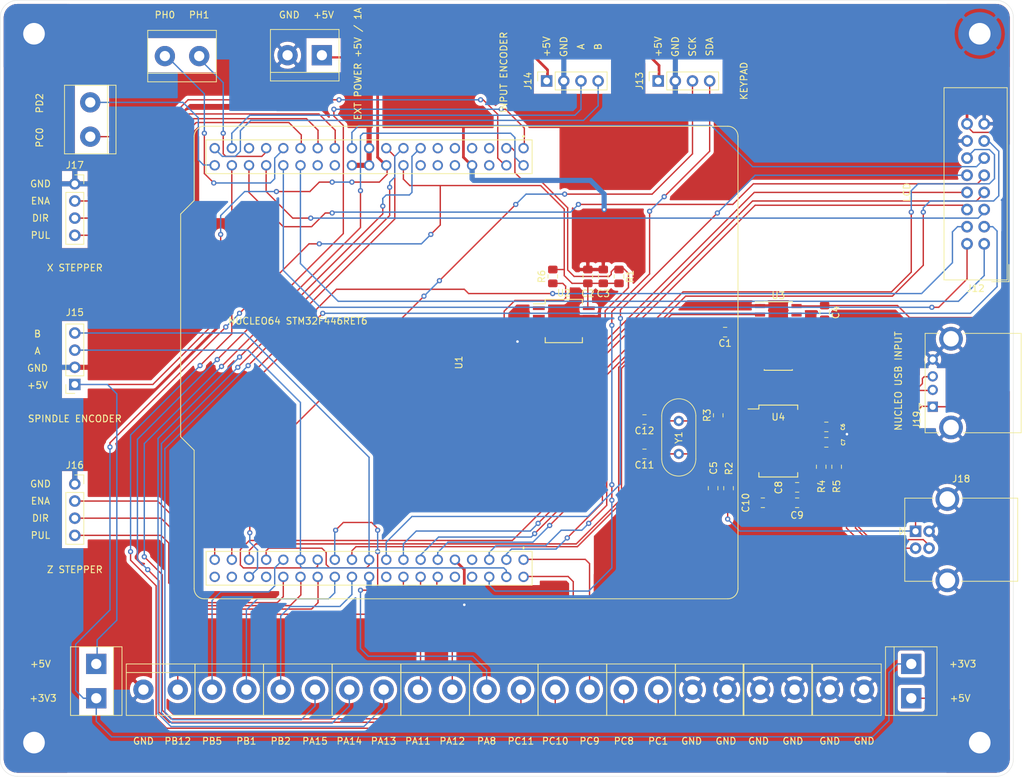
<source format=kicad_pcb>
(kicad_pcb (version 20171130) (host pcbnew 5.99.0+really5.1.10+dfsg1-1)
  (title_block (title "ELS Board") (date 2021-08-15) (rev v0.1) (comment 1 "Electronic Leadscrew Breakout for Nucleo64 446RE"))
  (layers (0 F.Cu signal) (31 B.Cu signal) (34 B.Paste user) (35 F.Paste user) (36 B.SilkS user) (37 F.SilkS user) (38 B.Mask user) (39 F.Mask user) (44 Edge.Cuts user))
  (net 0 "")
  (net 1 GND)
  (net 2 "Net-(C1-Pad1)")
  (net 3 +3V3)
  (net 4 +5V)
  (net 5 ~RST)
  (net 6 AVDD)
  (net 7 "Net-(C11-Pad1)")
  (net 8 "Net-(C12-Pad1)")
  (net 9 PH1)
  (net 10 PH0)
  (net 11 PC0)
  (net 12 PD2)
  (net 13 PC8)
  (net 14 PC1)
  (net 15 PC10)
  (net 16 PC9)
  (net 17 PA8)
  (net 18 PC11)
  (net 19 PA12)
  (net 20 PA11)
  (net 21 PA14)
  (net 22 PA13)
  (net 23 PB1)
  (net 24 PA15)
  (net 25 PB5)
  (net 26 PB2)
  (net 27 PB12)
  (net 28 LCD-RST)
  (net 29 LCD-CS)
  (net 30 LCD-RS)
  (net 31 LCD-WR)
  (net 32 LCD-RD)
  (net 33 KP-DATA)
  (net 34 KP-CLK)
  (net 35 I-ENC-B)
  (net 36 I-ENC-A)
  (net 37 S-ENC-B)
  (net 38 S-ENC-A)
  (net 39 Z-PUL)
  (net 40 Z-DIR)
  (net 41 Z-ENA)
  (net 42 X-PUL)
  (net 43 X-DIR)
  (net 44 X-ENA)
  (net 45 DP0)
  (net 46 DM0)
  (net 47 DP2)
  (net 48 DM2)
  (net 49 "Net-(R3-Pad1)")
  (net 50 "Net-(R4-Pad1)")
  (net 51 "Net-(R5-Pad1)")
  (net 52 USART1-RX)
  (net 53 SCL2)
  (net 54 USART1-TX)
  (net 55 SDA2)
  (net 56 "Net-(U3-Pad15)")
  (net 57 "Net-(U3-Pad14)")
  (net 58 "Net-(U3-Pad13)")
  (net 59 "Net-(U3-Pad12)")
  (net 60 "Net-(U3-Pad11)")
  (net 61 "Net-(U3-Pad10)")
  (net 62 "Net-(U3-Pad9)")
  (net 63 "Net-(U3-Pad8)")
  (net 64 "Net-(U3-Pad7)")
  (net 65 DM1)
  (net 66 DP1)
  (net 67 "Net-(U4-Pad22)")
  (net 68 "Net-(U4-Pad21)")
  (net 69 "Net-(U4-Pad20)")
  (net 70 "Net-(U4-Pad19)")
  (net 71 "Net-(U4-Pad12)")
  (net 72 "Net-(U4-Pad11)")
  (net 73 "Net-(U4-Pad9)")
  (net 74 "Net-(U4-Pad8)")
  (net 75 PA7)
  (net 76 PA6)
  (net 77 PA5)
  (net 78 PA4)
  (net 79 PA3)
  (net 80 PA2)
  (net 81 PA1)
  (net 82 PA0)
  (net 83 "Net-(U1-PadCN10_32)")
  (net 84 "Net-(U1-PadCN10_8)")
  (net 85 "Net-(U1-PadCN10_7)")
  (net 86 "Net-(U1-PadCN7_33)")
  (net 87 "Net-(U1-PadCN7_24)")
  (net 88 "Net-(U1-PadCN7_14)")
  (net 89 "Net-(U1-PadCN7_12)")
  (net 90 "Net-(U1-PadCN7_7)")
  (net 91 "Net-(U1-PadCN7_6)")
  (net 92 "Net-(U1-PadCN7_5)")
  (net 93 "Net-(U2-Pad3)")
  (net 94 "Net-(U2-Pad2)")
  (net 95 "Net-(U2-Pad1)")
  (module Resistor_SMD:R_0805_2012Metric_Pad1.15x1.40mm_HandSolder (layer F.Cu) (at 136.8 75.95 90)
    (fp_text reference R6 (at 0 -1.65 90) (layer F.SilkS))
    (fp_text value 4K7)
    (pad 2 smd roundrect (at 1.025 0 90) (size 1.15 1.4) (layers F.Cu F.Paste F.Mask) (roundrect_rratio 0.217391) (net 3 +3V3))
    (pad 1 smd roundrect (at -1.025 0 90) (size 1.15 1.4) (layers F.Cu F.Paste F.Mask) (roundrect_rratio 0.217391) (net 53 SCL2))
  )
  (module Resistor_SMD:R_0805_2012Metric_Pad1.15x1.40mm_HandSolder (layer F.Cu) (at 146.6 75.95 270)
    (fp_text reference R1 (at 0 -1.65 90) (layer F.SilkS))
    (fp_text value 4K7)
    (pad 2 smd roundrect (at 1.025 0 270) (size 1.15 1.4) (layers F.Cu F.Paste F.Mask) (roundrect_rratio 0.217391) (net 3 +3V3))
    (pad 1 smd roundrect (at -1.025 0 270) (size 1.15 1.4) (layers F.Cu F.Paste F.Mask) (roundrect_rratio 0.217391) (net 55 SDA2))
  )
  (module TerminalBlock:TerminalBlock_bornier-2_P5.08mm (layer F.Cu) (at 162.56 137.16 180)
    (fp_text reference J20 hide)
    (fp_text value Conn_01x02 hide)
    (pad 2 thru_hole circle (at 5.08 0 180) (size 3 3) (drill 1.52) (layers *.Cu *.Mask) (net 1 GND))
    (pad 1 thru_hole circle (at 0 0 180) (size 3 3) (drill 1.52) (layers *.Cu *.Mask) (net 1 GND))
  )
  (module TerminalBlock:TerminalBlock_bornier-2_P5.08mm (layer F.Cu) (at 172.593 137.16 180)
    (fp_text reference J20 hide)
    (fp_text value Conn_01x02 hide)
    (pad 1 thru_hole circle (at 0 0 180) (size 3 3) (drill 1.52) (layers *.Cu *.Mask) (net 1 GND))
    (pad 2 thru_hole circle (at 5.08 0 180) (size 3 3) (drill 1.52) (layers *.Cu *.Mask) (net 1 GND))
  )
  (module TerminalBlock:TerminalBlock_bornier-2_P5.08mm (layer F.Cu) (at 97.536 43.18)
    (fp_text reference J22 hide)
    (fp_text value "EXT POWER +5V / 1A" (at 10.414 1.27 270) (layer F.SilkS))
    (pad 2 thru_hole rect (at 5.08 0) (size 3 3) (drill 1.52) (layers *.Cu *.Mask) (net 4 +5V))
    (pad 1 thru_hole circle (at 0 0) (size 3 3) (drill 1.52) (layers *.Cu *.Mask) (net 1 GND))
  )
  (module custom_modules:MODULE_NUCLEO-F446RE (layer F.Cu) (at 122.96 88.7 270)
    (fp_text reference U1 (at 0 0.06 90) (layer F.SilkS))
    (fp_text value NUCLEO-F446RE)
    (pad CN10_38 thru_hole circle (at 31.75 36.21 270) (size 1.53 1.53) (drill 1.02) (layers *.Cu *.Mask))
    (pad CN10_36 thru_hole circle (at 31.75 33.67 270) (size 1.53 1.53) (drill 1.02) (layers *.Cu *.Mask))
    (pad CN10_35 thru_hole circle (at 29.21 33.67 270) (size 1.53 1.53) (drill 1.02) (layers *.Cu *.Mask) (net 80 PA2))
    (pad CN10_34 thru_hole circle (at 31.75 31.13 270) (size 1.53 1.53) (drill 1.02) (layers *.Cu *.Mask) (net 34 KP-CLK))
    (pad CN10_33 thru_hole circle (at 29.21 31.13 270) (size 1.53 1.53) (drill 1.02) (layers *.Cu *.Mask) (net 52 USART1-RX))
    (pad CN10_32 thru_hole circle (at 31.75 28.59 270) (size 1.53 1.53) (drill 1.02) (layers *.Cu *.Mask) (net 83 "Net-(U1-PadCN10_32)"))
    (pad CN10_31 thru_hole circle (at 29.21 28.59 270) (size 1.53 1.53) (drill 1.02) (layers *.Cu *.Mask) (net 37 S-ENC-B))
    (pad CN10_30 thru_hole circle (at 31.75 26.05 270) (size 1.53 1.53) (drill 1.02) (layers *.Cu *.Mask) (net 41 Z-ENA))
    (pad CN10_29 thru_hole circle (at 29.21 26.05 270) (size 1.53 1.53) (drill 1.02) (layers *.Cu *.Mask) (net 25 PB5))
    (pad CN10_28 thru_hole circle (at 31.75 23.51 270) (size 1.53 1.53) (drill 1.02) (layers *.Cu *.Mask) (net 40 Z-DIR))
    (pad CN10_27 thru_hole circle (at 29.21 23.51 270) (size 1.53 1.53) (drill 1.02) (layers *.Cu *.Mask) (net 38 S-ENC-A))
    (pad CN10_26 thru_hole circle (at 31.75 20.97 270) (size 1.53 1.53) (drill 1.02) (layers *.Cu *.Mask) (net 39 Z-PUL))
    (pad CN10_25 thru_hole circle (at 29.21 20.97 270) (size 1.53 1.53) (drill 1.02) (layers *.Cu *.Mask) (net 53 SCL2))
    (pad CN10_24 thru_hole circle (at 31.75 18.43 270) (size 1.53 1.53) (drill 1.02) (layers *.Cu *.Mask) (net 23 PB1))
    (pad CN10_23 thru_hole circle (at 29.21 18.43 270) (size 1.53 1.53) (drill 1.02) (layers *.Cu *.Mask) (net 17 PA8))
    (pad CN10_22 thru_hole circle (at 31.75 15.89 270) (size 1.53 1.53) (drill 1.02) (layers *.Cu *.Mask) (net 26 PB2))
    (pad CN10_21 thru_hole circle (at 29.21 15.89 270) (size 1.53 1.53) (drill 1.02) (layers *.Cu *.Mask) (net 54 USART1-TX))
    (pad CN10_20 thru_hole circle (at 31.75 13.35 270) (size 1.53 1.53) (drill 1.02) (layers *.Cu *.Mask) (net 1 GND))
    (pad CN10_19 thru_hole circle (at 29.21 13.35 270) (size 1.53 1.53) (drill 1.02) (layers *.Cu *.Mask) (net 37 S-ENC-B))
    (pad CN10_18 thru_hole circle (at 31.75 10.81 270) (size 1.53 1.53) (drill 1.02) (layers *.Cu *.Mask))
    (pad CN10_17 thru_hole circle (at 29.21 10.81 270) (size 1.53 1.53) (drill 1.02) (layers *.Cu *.Mask) (net 31 LCD-WR))
    (pad CN10_16 thru_hole circle (at 31.75 8.27 270) (size 1.53 1.53) (drill 1.02) (layers *.Cu *.Mask) (net 27 PB12))
    (pad CN10_15 thru_hole circle (at 29.21 8.27 270) (size 1.53 1.53) (drill 1.02) (layers *.Cu *.Mask) (net 75 PA7))
    (pad CN10_14 thru_hole circle (at 31.75 5.73 270) (size 1.53 1.53) (drill 1.02) (layers *.Cu *.Mask) (net 20 PA11))
    (pad CN10_13 thru_hole circle (at 29.21 5.73 270) (size 1.53 1.53) (drill 1.02) (layers *.Cu *.Mask) (net 76 PA6))
    (pad CN10_12 thru_hole circle (at 31.75 3.19 270) (size 1.53 1.53) (drill 1.02) (layers *.Cu *.Mask) (net 19 PA12))
    (pad CN10_11 thru_hole circle (at 29.21 3.19 270) (size 1.53 1.53) (drill 1.02) (layers *.Cu *.Mask) (net 77 PA5))
    (pad CN10_10 thru_hole circle (at 31.75 0.65 270) (size 1.53 1.53) (drill 1.02) (layers *.Cu *.Mask))
    (pad CN10_9 thru_hole circle (at 29.21 0.65 270) (size 1.53 1.53) (drill 1.02) (layers *.Cu *.Mask) (net 1 GND))
    (pad CN10_8 thru_hole circle (at 31.75 -1.89 270) (size 1.53 1.53) (drill 1.02) (layers *.Cu *.Mask) (net 84 "Net-(U1-PadCN10_8)"))
    (pad CN10_7 thru_hole circle (at 29.21 -1.89 270) (size 1.53 1.53) (drill 1.02) (layers *.Cu *.Mask) (net 85 "Net-(U1-PadCN10_7)"))
    (pad CN10_6 thru_hole circle (at 31.75 -4.43 270) (size 1.53 1.53) (drill 1.02) (layers *.Cu *.Mask) (net 33 KP-DATA))
    (pad CN10_5 thru_hole circle (at 29.21 -4.43 270) (size 1.53 1.53) (drill 1.02) (layers *.Cu *.Mask) (net 28 LCD-RST))
    (pad CN10_4 thru_hole circle (at 31.75 -6.97 270) (size 1.53 1.53) (drill 1.02) (layers *.Cu *.Mask) (net 38 S-ENC-A))
    (pad CN10_3 thru_hole circle (at 29.21 -6.97 270) (size 1.53 1.53) (drill 1.02) (layers *.Cu *.Mask) (net 29 LCD-CS))
    (pad CN10_2 thru_hole circle (at 31.75 -9.51 270) (size 1.53 1.53) (drill 1.02) (layers *.Cu *.Mask) (net 13 PC8))
    (pad CN10_37 thru_hole circle (at 29.21 36.21 270) (size 1.53 1.53) (drill 1.02) (layers *.Cu *.Mask) (net 79 PA3))
    (pad CN10_1 thru_hole circle (at 29.21 -9.51 270) (size 1.53 1.53) (drill 1.02) (layers *.Cu *.Mask) (net 16 PC9))
    (pad CN7_38 thru_hole circle (at -29.21 36.21 270) (size 1.53 1.53) (drill 1.02) (layers *.Cu *.Mask) (net 11 PC0))
    (pad CN7_36 thru_hole circle (at -29.21 33.67 270) (size 1.53 1.53) (drill 1.02) (layers *.Cu *.Mask) (net 14 PC1))
    (pad CN7_35 thru_hole circle (at -31.75 33.67 270) (size 1.53 1.53) (drill 1.02) (layers *.Cu *.Mask) (net 36 I-ENC-A))
    (pad CN7_34 thru_hole circle (at -29.21 31.13 270) (size 1.53 1.53) (drill 1.02) (layers *.Cu *.Mask) (net 32 LCD-RD))
    (pad CN7_33 thru_hole circle (at -31.75 31.13 270) (size 1.53 1.53) (drill 1.02) (layers *.Cu *.Mask) (net 86 "Net-(U1-PadCN7_33)"))
    (pad CN7_32 thru_hole circle (at -29.21 28.59 270) (size 1.53 1.53) (drill 1.02) (layers *.Cu *.Mask) (net 78 PA4))
    (pad CN7_31 thru_hole circle (at -31.75 28.59 270) (size 1.53 1.53) (drill 1.02) (layers *.Cu *.Mask) (net 9 PH1))
    (pad CN7_30 thru_hole circle (at -29.21 26.05 270) (size 1.53 1.53) (drill 1.02) (layers *.Cu *.Mask) (net 81 PA1))
    (pad CN7_29 thru_hole circle (at -31.75 26.05 270) (size 1.53 1.53) (drill 1.02) (layers *.Cu *.Mask) (net 10 PH0))
    (pad CN7_28 thru_hole circle (at -29.21 23.51 270) (size 1.53 1.53) (drill 1.02) (layers *.Cu *.Mask) (net 82 PA0))
    (pad CN7_27 thru_hole circle (at -31.75 23.51 270) (size 1.53 1.53) (drill 1.02) (layers *.Cu *.Mask) (net 42 X-PUL))
    (pad CN7_26 thru_hole circle (at -29.21 20.97 270) (size 1.53 1.53) (drill 1.02) (layers *.Cu *.Mask))
    (pad CN7_25 thru_hole circle (at -31.75 20.97 270) (size 1.53 1.53) (drill 1.02) (layers *.Cu *.Mask) (net 43 X-DIR))
    (pad CN7_24 thru_hole circle (at -29.21 18.43 270) (size 1.53 1.53) (drill 1.02) (layers *.Cu *.Mask) (net 87 "Net-(U1-PadCN7_24)"))
    (pad CN7_23 thru_hole circle (at -31.75 18.43 270) (size 1.53 1.53) (drill 1.02) (layers *.Cu *.Mask) (net 44 X-ENA))
    (pad CN7_22 thru_hole circle (at -29.21 15.89 270) (size 1.53 1.53) (drill 1.02) (layers *.Cu *.Mask) (net 1 GND))
    (pad CN7_21 thru_hole circle (at -31.75 15.89 270) (size 1.53 1.53) (drill 1.02) (layers *.Cu *.Mask) (net 30 LCD-RS))
    (pad CN7_20 thru_hole circle (at -29.21 13.35 270) (size 1.53 1.53) (drill 1.02) (layers *.Cu *.Mask) (net 1 GND))
    (pad CN7_19 thru_hole circle (at -31.75 13.35 270) (size 1.53 1.53) (drill 1.02) (layers *.Cu *.Mask) (net 1 GND))
    (pad CN7_18 thru_hole circle (at -29.21 10.81 270) (size 1.53 1.53) (drill 1.02) (layers *.Cu *.Mask) (net 4 +5V))
    (pad CN7_17 thru_hole circle (at -31.75 10.81 270) (size 1.53 1.53) (drill 1.02) (layers *.Cu *.Mask) (net 24 PA15))
    (pad CN7_16 thru_hole circle (at -29.21 8.27 270) (size 1.53 1.53) (drill 1.02) (layers *.Cu *.Mask) (net 3 +3V3))
    (pad CN7_15 thru_hole circle (at -31.75 8.27 270) (size 1.53 1.53) (drill 1.02) (layers *.Cu *.Mask) (net 21 PA14))
    (pad CN7_14 thru_hole circle (at -29.21 5.73 270) (size 1.53 1.53) (drill 1.02) (layers *.Cu *.Mask) (net 88 "Net-(U1-PadCN7_14)"))
    (pad CN7_13 thru_hole circle (at -31.75 5.73 270) (size 1.53 1.53) (drill 1.02) (layers *.Cu *.Mask) (net 22 PA13))
    (pad CN7_12 thru_hole circle (at -29.21 3.19 270) (size 1.53 1.53) (drill 1.02) (layers *.Cu *.Mask) (net 89 "Net-(U1-PadCN7_12)"))
    (pad CN7_11 thru_hole circle (at -31.75 3.19 270) (size 1.53 1.53) (drill 1.02) (layers *.Cu *.Mask))
    (pad CN7_10 thru_hole circle (at -29.21 0.65 270) (size 1.53 1.53) (drill 1.02) (layers *.Cu *.Mask))
    (pad CN7_9 thru_hole circle (at -31.75 0.65 270) (size 1.53 1.53) (drill 1.02) (layers *.Cu *.Mask))
    (pad CN7_8 thru_hole circle (at -29.21 -1.89 270) (size 1.53 1.53) (drill 1.02) (layers *.Cu *.Mask) (net 1 GND))
    (pad CN7_7 thru_hole circle (at -31.75 -1.89 270) (size 1.53 1.53) (drill 1.02) (layers *.Cu *.Mask) (net 90 "Net-(U1-PadCN7_7)"))
    (pad CN7_6 thru_hole circle (at -29.21 -4.43 270) (size 1.53 1.53) (drill 1.02) (layers *.Cu *.Mask) (net 91 "Net-(U1-PadCN7_6)"))
    (pad CN7_5 thru_hole circle (at -31.75 -4.43 270) (size 1.53 1.53) (drill 1.02) (layers *.Cu *.Mask) (net 92 "Net-(U1-PadCN7_5)"))
    (pad CN7_4 thru_hole circle (at -29.21 -6.97 270) (size 1.53 1.53) (drill 1.02) (layers *.Cu *.Mask) (net 12 PD2))
    (pad CN7_3 thru_hole circle (at -31.75 -6.97 270) (size 1.53 1.53) (drill 1.02) (layers *.Cu *.Mask) (net 55 SDA2))
    (pad CN7_2 thru_hole circle (at -29.21 -9.51 270) (size 1.53 1.53) (drill 1.02) (layers *.Cu *.Mask) (net 18 PC11))
    (pad CN7_37 thru_hole circle (at -31.75 36.21 270) (size 1.53 1.53) (drill 1.02) (layers *.Cu *.Mask) (net 35 I-ENC-B))
    (pad CN7_1 thru_hole circle (at -31.75 -9.51 270) (size 1.53 1.53) (drill 1.02) (layers *.Cu *.Mask) (net 15 PC10))
  )
  (module MountingHole:MountingHole_3.2mm_M3_Pad (layer B.Cu) (at 60 145)
    (fp_text reference REF** hide)
    (fp_text value MountingHole_3.2mm_M3_Pad hide)
    (pad 1 thru_hole circle (at 0 0) (size 6.4 6.4) (drill 3.2) (layers *.Cu *.Mask) (net 1 GND))
  )
  (module MountingHole:MountingHole_3.2mm_M3_Pad (layer B.Cu) (at 200 145)
    (fp_text reference REF** hide)
    (fp_text value MountingHole_3.2mm_M3_Pad hide)
    (pad 1 thru_hole circle (at 0 0) (size 6.4 6.4) (drill 3.2) (layers *.Cu *.Mask) (net 1 GND))
  )
  (module MountingHole:MountingHole_3.2mm_M3_Pad (layer B.Cu) (at 200 40)
    (fp_text reference REF** hide)
    (fp_text value MountingHole_3.2mm_M3_Pad hide)
    (pad 1 thru_hole circle (at 0 0) (size 6.4 6.4) (drill 3.2) (layers *.Cu *.Mask) (net 1 GND))
  )
  (module MountingHole:MountingHole_3.2mm_M3_Pad (layer B.Cu) (at 60 40)
    (fp_text reference REF** hide)
    (fp_text value MountingHole_3.2mm_M3_Pad hide)
    (pad 1 thru_hole circle (at 0 0) (size 6.4 6.4) (drill 3.2) (layers *.Cu *.Mask) (net 1 GND))
  )
  (module TerminalBlock:TerminalBlock_bornier-2_P5.08mm (layer F.Cu) (at 69.215 138.43 90)
    (fp_text reference J21 hide)
    (fp_text value Conn_01x02 hide)
    (pad 2 thru_hole rect (at 5.08 0 90) (size 3 3) (drill 1.52) (layers *.Cu *.Mask) (net 4 +5V))
    (pad 1 thru_hole rect (at 0 0 90) (size 3 3) (drill 1.52) (layers *.Cu *.Mask) (net 3 +3V3))
  )
  (module TerminalBlock:TerminalBlock_bornier-2_P5.08mm (layer F.Cu) (at 182.88 137.16 180)
    (fp_text reference J20 hide)
    (fp_text value Conn_01x02 hide)
    (pad 2 thru_hole circle (at 5.08 0 180) (size 3 3) (drill 1.52) (layers *.Cu *.Mask) (net 1 GND))
    (pad 1 thru_hole circle (at 0 0 180) (size 3 3) (drill 1.52) (layers *.Cu *.Mask) (net 1 GND))
  )
  (module Connector_USB_Extra:USB_A_CONNFLY_DS1095-WNR0 (layer F.Cu) (at 193.04 95.25 90)
    (fp_text reference J19 (at -1.95 -2.35 90) (layer F.SilkS))
    (fp_text value USB_A)
    (pad 4 thru_hole circle (at 7 0 90) (size 1.524 1.524) (drill 0.92) (layers *.Cu *.Mask) (net 1 GND))
    (pad 3 thru_hole circle (at 4.5 0 90) (size 1.524 1.524) (drill 0.92) (layers *.Cu *.Mask) (net 66 DP1))
    (pad 2 thru_hole circle (at 2.5 0 90) (size 1.524 1.524) (drill 0.92) (layers *.Cu *.Mask) (net 65 DM1))
    (pad 1 thru_hole rect (at 0 0 90) (size 1.524 1.524) (drill 0.92) (layers *.Cu *.Mask) (net 4 +5V))
    (pad 5 thru_hole circle (at -3.07 2.71 90) (size 3.5 3.5) (drill 2.3) (layers *.Cu *.Mask) (net 1 GND))
    (pad 5 thru_hole circle (at 10.07 2.71 90) (size 3.5 3.5) (drill 2.3) (layers *.Cu *.Mask) (net 1 GND))
  )
  (module Crystal:Crystal_HC49-4H_Vertical (layer F.Cu) (at 155.448 102.235 90)
    (fp_text reference Y1 (at 2.413 0 90) (layer F.SilkS))
    (fp_text value 12MHz)
    (pad 2 thru_hole circle (at 4.88 0 90) (size 1.5 1.5) (drill 0.8) (layers *.Cu *.Mask) (net 8 "Net-(C12-Pad1)"))
    (pad 1 thru_hole circle (at 0 0 90) (size 1.5 1.5) (drill 0.8) (layers *.Cu *.Mask) (net 7 "Net-(C11-Pad1)"))
  )
  (module Package_SO:SSOP-28_5.3x10.2mm_P0.65mm (layer F.Cu) (at 170.18 100.33)
    (fp_text reference U4 (at 0 -3.556) (layer F.SilkS))
    (fp_text value GL850G)
    (pad 28 smd rect (at 3.6 -4.225) (size 1.75 0.45) (layers F.Cu F.Paste F.Mask) (net 66 DP1))
    (pad 27 smd rect (at 3.6 -3.575) (size 1.75 0.45) (layers F.Cu F.Paste F.Mask) (net 65 DM1))
    (pad 26 smd rect (at 3.6 -2.925) (size 1.75 0.45) (layers F.Cu F.Paste F.Mask) (net 45 DP0))
    (pad 25 smd rect (at 3.6 -2.275) (size 1.75 0.45) (layers F.Cu F.Paste F.Mask) (net 46 DM0))
    (pad 24 smd rect (at 3.6 -1.625) (size 1.75 0.45) (layers F.Cu F.Paste F.Mask) (net 6 AVDD))
    (pad 23 smd rect (at 3.6 -0.975) (size 1.75 0.45) (layers F.Cu F.Paste F.Mask) (net 4 +5V))
    (pad 22 smd rect (at 3.6 -0.325) (size 1.75 0.45) (layers F.Cu F.Paste F.Mask) (net 67 "Net-(U4-Pad22)"))
    (pad 21 smd rect (at 3.6 0.325) (size 1.75 0.45) (layers F.Cu F.Paste F.Mask) (net 68 "Net-(U4-Pad21)"))
    (pad 20 smd rect (at 3.6 0.975) (size 1.75 0.45) (layers F.Cu F.Paste F.Mask) (net 69 "Net-(U4-Pad20)"))
    (pad 19 smd rect (at 3.6 1.625) (size 1.75 0.45) (layers F.Cu F.Paste F.Mask) (net 70 "Net-(U4-Pad19)"))
    (pad 18 smd rect (at 3.6 2.275) (size 1.75 0.45) (layers F.Cu F.Paste F.Mask) (net 51 "Net-(R5-Pad1)"))
    (pad 17 smd rect (at 3.6 2.925) (size 1.75 0.45) (layers F.Cu F.Paste F.Mask) (net 50 "Net-(R4-Pad1)"))
    (pad 16 smd rect (at 3.6 3.575) (size 1.75 0.45) (layers F.Cu F.Paste F.Mask) (net 6 AVDD))
    (pad 15 smd rect (at 3.6 4.225) (size 1.75 0.45) (layers F.Cu F.Paste F.Mask) (net 1 GND))
    (pad 14 smd rect (at -3.6 4.225) (size 1.75 0.45) (layers F.Cu F.Paste F.Mask) (net 1 GND))
    (pad 13 smd rect (at -3.6 3.575) (size 1.75 0.45) (layers F.Cu F.Paste F.Mask) (net 5 ~RST))
    (pad 12 smd rect (at -3.6 2.925) (size 1.75 0.45) (layers F.Cu F.Paste F.Mask) (net 71 "Net-(U4-Pad12)"))
    (pad 11 smd rect (at -3.6 2.275) (size 1.75 0.45) (layers F.Cu F.Paste F.Mask) (net 72 "Net-(U4-Pad11)"))
    (pad 10 smd rect (at -3.6 1.625) (size 1.75 0.45) (layers F.Cu F.Paste F.Mask) (net 6 AVDD))
    (pad 9 smd rect (at -3.6 0.975) (size 1.75 0.45) (layers F.Cu F.Paste F.Mask) (net 73 "Net-(U4-Pad9)"))
    (pad 8 smd rect (at -3.6 0.325) (size 1.75 0.45) (layers F.Cu F.Paste F.Mask) (net 74 "Net-(U4-Pad8)"))
    (pad 7 smd rect (at -3.6 -0.325) (size 1.75 0.45) (layers F.Cu F.Paste F.Mask) (net 7 "Net-(C11-Pad1)"))
    (pad 6 smd rect (at -3.6 -0.975) (size 1.75 0.45) (layers F.Cu F.Paste F.Mask) (net 8 "Net-(C12-Pad1)"))
    (pad 5 smd rect (at -3.6 -1.625) (size 1.75 0.45) (layers F.Cu F.Paste F.Mask) (net 6 AVDD))
    (pad 4 smd rect (at -3.6 -2.275) (size 1.75 0.45) (layers F.Cu F.Paste F.Mask) (net 49 "Net-(R3-Pad1)"))
    (pad 3 smd rect (at -3.6 -2.925) (size 1.75 0.45) (layers F.Cu F.Paste F.Mask) (net 47 DP2))
    (pad 2 smd rect (at -3.6 -3.575) (size 1.75 0.45) (layers F.Cu F.Paste F.Mask) (net 48 DM2))
    (pad 1 smd rect (at -3.6 -4.225) (size 1.75 0.45) (layers F.Cu F.Paste F.Mask) (net 6 AVDD))
  )
  (module Package_SO:SOIC-16_3.9x9.9mm_P1.27mm (layer F.Cu) (at 170.18 84.7725)
    (fp_text reference U3 (at 0 -6) (layer F.SilkS))
    (fp_text value CH340C)
    (pad 16 smd rect (at 2.7 -4.445) (size 1.5 0.6) (layers F.Cu F.Paste F.Mask) (net 4 +5V))
    (pad 15 smd rect (at 2.7 -3.175) (size 1.5 0.6) (layers F.Cu F.Paste F.Mask) (net 56 "Net-(U3-Pad15)"))
    (pad 14 smd rect (at 2.7 -1.905) (size 1.5 0.6) (layers F.Cu F.Paste F.Mask) (net 57 "Net-(U3-Pad14)"))
    (pad 13 smd rect (at 2.7 -0.635) (size 1.5 0.6) (layers F.Cu F.Paste F.Mask) (net 58 "Net-(U3-Pad13)"))
    (pad 12 smd rect (at 2.7 0.635) (size 1.5 0.6) (layers F.Cu F.Paste F.Mask) (net 59 "Net-(U3-Pad12)"))
    (pad 11 smd rect (at 2.7 1.905) (size 1.5 0.6) (layers F.Cu F.Paste F.Mask) (net 60 "Net-(U3-Pad11)"))
    (pad 10 smd rect (at 2.7 3.175) (size 1.5 0.6) (layers F.Cu F.Paste F.Mask) (net 61 "Net-(U3-Pad10)"))
    (pad 9 smd rect (at 2.7 4.445) (size 1.5 0.6) (layers F.Cu F.Paste F.Mask) (net 62 "Net-(U3-Pad9)"))
    (pad 8 smd rect (at -2.7 4.445) (size 1.5 0.6) (layers F.Cu F.Paste F.Mask) (net 63 "Net-(U3-Pad8)"))
    (pad 7 smd rect (at -2.7 3.175) (size 1.5 0.6) (layers F.Cu F.Paste F.Mask) (net 64 "Net-(U3-Pad7)"))
    (pad 6 smd rect (at -2.7 1.905) (size 1.5 0.6) (layers F.Cu F.Paste F.Mask) (net 48 DM2))
    (pad 5 smd rect (at -2.7 0.635) (size 1.5 0.6) (layers F.Cu F.Paste F.Mask) (net 47 DP2))
    (pad 4 smd rect (at -2.7 -0.635) (size 1.5 0.6) (layers F.Cu F.Paste F.Mask) (net 2 "Net-(C1-Pad1)"))
    (pad 3 smd rect (at -2.7 -1.905) (size 1.5 0.6) (layers F.Cu F.Paste F.Mask) (net 54 USART1-TX))
    (pad 2 smd rect (at -2.7 -3.175) (size 1.5 0.6) (layers F.Cu F.Paste F.Mask) (net 52 USART1-RX))
    (pad 1 smd rect (at -2.7 -4.445) (size 1.5 0.6) (layers F.Cu F.Paste F.Mask) (net 1 GND))
  )
  (module Package_SO:SO-8_5.3x6.2mm_P1.27mm (layer F.Cu) (at 138.43 82.55)
    (fp_text reference U2 (at 0 -4.13) (layer F.SilkS))
    (fp_text value FT24C64A)
    (pad 8 smd rect (at 3.7 -1.905) (size 1.75 0.55) (layers F.Cu F.Paste F.Mask) (net 3 +3V3))
    (pad 7 smd rect (at 3.7 -0.635) (size 1.75 0.55) (layers F.Cu F.Paste F.Mask) (net 1 GND))
    (pad 6 smd rect (at 3.7 0.635) (size 1.75 0.55) (layers F.Cu F.Paste F.Mask) (net 53 SCL2))
    (pad 5 smd rect (at 3.7 1.905) (size 1.75 0.55) (layers F.Cu F.Paste F.Mask) (net 55 SDA2))
    (pad 4 smd rect (at -3.7 1.905) (size 1.75 0.55) (layers F.Cu F.Paste F.Mask) (net 1 GND))
    (pad 3 smd rect (at -3.7 0.635) (size 1.75 0.55) (layers F.Cu F.Paste F.Mask) (net 93 "Net-(U2-Pad3)"))
    (pad 2 smd rect (at -3.7 -0.635) (size 1.75 0.55) (layers F.Cu F.Paste F.Mask) (net 94 "Net-(U2-Pad2)"))
    (pad 1 smd rect (at -3.7 -1.905) (size 1.75 0.55) (layers F.Cu F.Paste F.Mask) (net 95 "Net-(U2-Pad1)"))
  )
  (module Resistor_SMD:R_0805_2012Metric_Pad1.15x1.40mm_HandSolder (layer F.Cu) (at 178.816 104.14 270)
    (fp_text reference R5 (at 2.91 -0.009 90) (layer F.SilkS))
    (fp_text value 10K)
    (pad 2 smd roundrect (at 1.025 0 270) (size 1.15 1.4) (layers F.Cu F.Paste F.Mask) (roundrect_rratio 0.2173904347826087) (net 6 AVDD))
    (pad 1 smd roundrect (at -1.025 0 270) (size 1.15 1.4) (layers F.Cu F.Paste F.Mask) (roundrect_rratio 0.2173904347826087) (net 51 "Net-(R5-Pad1)"))
  )
  (module Resistor_SMD:R_0805_2012Metric_Pad1.15x1.40mm_HandSolder (layer F.Cu) (at 176.53 104.14 270)
    (fp_text reference R4 (at 2.91 -0.045 90) (layer F.SilkS))
    (fp_text value 10K)
    (pad 2 smd roundrect (at 1.025 0 270) (size 1.15 1.4) (layers F.Cu F.Paste F.Mask) (roundrect_rratio 0.2173904347826087) (net 6 AVDD))
    (pad 1 smd roundrect (at -1.025 0 270) (size 1.15 1.4) (layers F.Cu F.Paste F.Mask) (roundrect_rratio 0.2173904347826087) (net 50 "Net-(R4-Pad1)"))
  )
  (module Resistor_SMD:R_0805_2012Metric_Pad1.15x1.40mm_HandSolder (layer F.Cu) (at 161.29 96.52 90)
    (fp_text reference R3 (at 0 -1.65 90) (layer F.SilkS))
    (fp_text value 680)
    (pad 2 smd roundrect (at 1.025 0 90) (size 1.15 1.4) (layers F.Cu F.Paste F.Mask) (roundrect_rratio 0.2173904347826087) (net 1 GND))
    (pad 1 smd roundrect (at -1.025 0 90) (size 1.15 1.4) (layers F.Cu F.Paste F.Mask) (roundrect_rratio 0.2173904347826087) (net 49 "Net-(R3-Pad1)"))
  )
  (module Resistor_SMD:R_0805_2012Metric_Pad1.15x1.40mm_HandSolder (layer F.Cu) (at 162.814 107.315 270)
    (fp_text reference R2 (at -2.921 -0.0635 90) (layer F.SilkS))
    (fp_text value 1K)
    (pad 2 smd roundrect (at 1.025 0 270) (size 1.15 1.4) (layers F.Cu F.Paste F.Mask) (roundrect_rratio 0.2173904347826087) (net 4 +5V))
    (pad 1 smd roundrect (at -1.025 0 270) (size 1.15 1.4) (layers F.Cu F.Paste F.Mask) (roundrect_rratio 0.2173904347826087) (net 5 ~RST))
  )
  (module Connector_USB:USB_B_OST_USB-B1HSxx_Horizontal (layer F.Cu) (at 190.5 113.7)
    (fp_text reference J18 (at 6.76 -7.77) (layer F.SilkS))
    (fp_text value USB_B)
    (pad 5 thru_hole circle (at 4.71 7.27) (size 3.5 3.5) (drill 2.33) (layers *.Cu *.Mask) (net 1 GND))
    (pad 5 thru_hole circle (at 4.71 -4.77) (size 3.5 3.5) (drill 2.33) (layers *.Cu *.Mask) (net 1 GND))
    (pad 4 thru_hole circle (at 2 0) (size 1.7 1.7) (drill 0.92) (layers *.Cu *.Mask) (net 1 GND))
    (pad 3 thru_hole circle (at 2 2.5) (size 1.7 1.7) (drill 0.92) (layers *.Cu *.Mask) (net 45 DP0))
    (pad 2 thru_hole circle (at 0 2.5) (size 1.7 1.7) (drill 0.92) (layers *.Cu *.Mask) (net 46 DM0))
    (pad 1 thru_hole rect (at 0 0) (size 1.7 1.7) (drill 0.92) (layers *.Cu *.Mask) (net 4 +5V))
  )
  (module Connector_PinSocket_2.54mm:PinSocket_1x04_P2.54mm_Vertical (layer F.Cu) (at 66.04 62.23)
    (fp_text reference J17 (at 0 -2.77) (layer F.SilkS))
    (fp_text value "X STEPPER" (at 0 12.446) (layer F.SilkS))
    (pad 4 thru_hole oval (at 0 7.62) (size 1.7 1.7) (drill 1) (layers *.Cu *.Mask) (net 42 X-PUL))
    (pad 3 thru_hole oval (at 0 5.08) (size 1.7 1.7) (drill 1) (layers *.Cu *.Mask) (net 43 X-DIR))
    (pad 2 thru_hole oval (at 0 2.54) (size 1.7 1.7) (drill 1) (layers *.Cu *.Mask) (net 44 X-ENA))
    (pad 1 thru_hole circle (at 0 0) (size 1.7 1.7) (drill 1) (layers *.Cu *.Mask) (net 1 GND))
  )
  (module Connector_PinSocket_2.54mm:PinSocket_1x04_P2.54mm_Vertical (layer F.Cu) (at 66.04 106.68)
    (fp_text reference J16 (at 0 -2.77) (layer F.SilkS))
    (fp_text value "Z STEPPER" (at 0 12.7) (layer F.SilkS))
    (pad 4 thru_hole oval (at 0 7.62) (size 1.7 1.7) (drill 1) (layers *.Cu *.Mask) (net 39 Z-PUL))
    (pad 3 thru_hole oval (at 0 5.08) (size 1.7 1.7) (drill 1) (layers *.Cu *.Mask) (net 40 Z-DIR))
    (pad 2 thru_hole oval (at 0 2.54) (size 1.7 1.7) (drill 1) (layers *.Cu *.Mask) (net 41 Z-ENA))
    (pad 1 thru_hole circle (at 0 0) (size 1.7 1.7) (drill 1) (layers *.Cu *.Mask) (net 1 GND))
  )
  (module Connector_PinSocket_2.54mm:PinSocket_1x04_P2.54mm_Vertical (layer F.Cu) (at 66.04 91.948 180)
    (fp_text reference J15 (at 0 10.668) (layer F.SilkS))
    (fp_text value "SPINDLE ENCODER" (at 0 -5.08 180) (layer F.SilkS))
    (pad 4 thru_hole oval (at 0 7.62 180) (size 1.7 1.7) (drill 1) (layers *.Cu *.Mask) (net 37 S-ENC-B))
    (pad 3 thru_hole oval (at 0 5.08 180) (size 1.7 1.7) (drill 1) (layers *.Cu *.Mask) (net 38 S-ENC-A))
    (pad 2 thru_hole oval (at 0 2.54 180) (size 1.7 1.7) (drill 1) (layers *.Cu *.Mask) (net 1 GND))
    (pad 1 thru_hole rect (at 0 0 180) (size 1.7 1.7) (drill 1) (layers *.Cu *.Mask) (net 4 +5V))
  )
  (module Connector_PinSocket_2.54mm:PinSocket_1x04_P2.54mm_Vertical (layer F.Cu) (at 135.89 46.99 90)
    (fp_text reference J14 (at 0 -2.77 90) (layer F.SilkS))
    (fp_text value "INPUT ENCODER" (at 1.27 -6.35 270) (layer F.SilkS))
    (pad 4 thru_hole oval (at 0 7.62 90) (size 1.7 1.7) (drill 1) (layers *.Cu *.Mask) (net 35 I-ENC-B))
    (pad 3 thru_hole oval (at 0 5.08 90) (size 1.7 1.7) (drill 1) (layers *.Cu *.Mask) (net 36 I-ENC-A))
    (pad 2 thru_hole oval (at 0 2.54 90) (size 1.7 1.7) (drill 1) (layers *.Cu *.Mask) (net 1 GND))
    (pad 1 thru_hole rect (at 0 0 90) (size 1.7 1.7) (drill 1) (layers *.Cu *.Mask) (net 4 +5V))
  )
  (module Connector_PinSocket_2.54mm:PinSocket_1x04_P2.54mm_Vertical (layer F.Cu) (at 152.4 46.99 90)
    (fp_text reference J13 (at 0 -2.77 90) (layer F.SilkS))
    (fp_text value KEYPAD (at 0 12.7 270) (layer F.SilkS))
    (pad 4 thru_hole oval (at 0 7.62 90) (size 1.7 1.7) (drill 1) (layers *.Cu *.Mask) (net 33 KP-DATA))
    (pad 3 thru_hole oval (at 0 5.08 90) (size 1.7 1.7) (drill 1) (layers *.Cu *.Mask) (net 34 KP-CLK))
    (pad 2 thru_hole oval (at 0 2.54 90) (size 1.7 1.7) (drill 1) (layers *.Cu *.Mask) (net 1 GND))
    (pad 1 thru_hole rect (at 0 0 90) (size 1.7 1.7) (drill 1) (layers *.Cu *.Mask) (net 4 +5V))
  )
  (module Connector_IDC:IDC-Header_2x08_P2.54mm_Vertical (layer F.Cu) (at 200.66 71.12 180)
    (fp_text reference J12 (at 1.27 -6.604) (layer F.SilkS))
    (fp_text value LCD (at 11.43 7.62 90) (layer F.SilkS))
    (pad 16 thru_hole oval (at 2.54 17.78 180) (size 1.7272 1.7272) (drill 1.016) (layers *.Cu *.Mask) (net 4 +5V))
    (pad 15 thru_hole oval (at 0 17.78 180) (size 1.7272 1.7272) (drill 1.016) (layers *.Cu *.Mask) (net 1 GND))
    (pad 14 thru_hole oval (at 2.54 15.24 180) (size 1.7272 1.7272) (drill 1.016) (layers *.Cu *.Mask) (net 1 GND))
    (pad 13 thru_hole oval (at 0 15.24 180) (size 1.7272 1.7272) (drill 1.016) (layers *.Cu *.Mask) (net 28 LCD-RST))
    (pad 12 thru_hole oval (at 2.54 12.7 180) (size 1.7272 1.7272) (drill 1.016) (layers *.Cu *.Mask) (net 29 LCD-CS))
    (pad 11 thru_hole oval (at 0 12.7 180) (size 1.7272 1.7272) (drill 1.016) (layers *.Cu *.Mask) (net 30 LCD-RS))
    (pad 10 thru_hole oval (at 2.54 10.16 180) (size 1.7272 1.7272) (drill 1.016) (layers *.Cu *.Mask) (net 31 LCD-WR))
    (pad 9 thru_hole oval (at 0 10.16 180) (size 1.7272 1.7272) (drill 1.016) (layers *.Cu *.Mask) (net 32 LCD-RD))
    (pad 8 thru_hole oval (at 2.54 7.62 180) (size 1.7272 1.7272) (drill 1.016) (layers *.Cu *.Mask) (net 75 PA7))
    (pad 7 thru_hole oval (at 0 7.62 180) (size 1.7272 1.7272) (drill 1.016) (layers *.Cu *.Mask) (net 76 PA6))
    (pad 6 thru_hole oval (at 2.54 5.08 180) (size 1.7272 1.7272) (drill 1.016) (layers *.Cu *.Mask) (net 77 PA5))
    (pad 5 thru_hole oval (at 0 5.08 180) (size 1.7272 1.7272) (drill 1.016) (layers *.Cu *.Mask) (net 78 PA4))
    (pad 4 thru_hole oval (at 2.54 2.54 180) (size 1.7272 1.7272) (drill 1.016) (layers *.Cu *.Mask) (net 79 PA3))
    (pad 3 thru_hole oval (at 0 2.54 180) (size 1.7272 1.7272) (drill 1.016) (layers *.Cu *.Mask) (net 80 PA2))
    (pad 2 thru_hole oval (at 2.54 0 180) (size 1.7272 1.7272) (drill 1.016) (layers *.Cu *.Mask) (net 81 PA1))
    (pad 1 thru_hole circle (at 0 0 180) (size 1.7272 1.7272) (drill 1.016) (layers *.Cu *.Mask) (net 82 PA0))
  )
  (module TerminalBlock:TerminalBlock_bornier-2_P5.08mm (layer F.Cu) (at 189.865 133.35 270)
    (fp_text reference J11 hide)
    (fp_text value Conn_01x02 hide)
    (pad 2 thru_hole rect (at 5.08 0 270) (size 3 3) (drill 1.52) (layers *.Cu *.Mask) (net 4 +5V))
    (pad 1 thru_hole rect (at 0 0 270) (size 3 3) (drill 1.52) (layers *.Cu *.Mask) (net 3 +3V3))
  )
  (module TerminalBlock:TerminalBlock_bornier-2_P5.08mm (layer F.Cu) (at 81.28 137.16 180)
    (fp_text reference J10 hide)
    (fp_text value Conn_01x02 hide)
    (pad 2 thru_hole circle (at 5.08 0 180) (size 3 3) (drill 1.52) (layers *.Cu *.Mask) (net 1 GND))
    (pad 1 thru_hole circle (at 0 0 180) (size 3 3) (drill 1.52) (layers *.Cu *.Mask) (net 27 PB12))
  )
  (module TerminalBlock:TerminalBlock_bornier-2_P5.08mm (layer F.Cu) (at 91.44 137.16 180)
    (fp_text reference J9 hide)
    (fp_text value Conn_01x02 hide)
    (pad 2 thru_hole circle (at 5.08 0 180) (size 3 3) (drill 1.52) (layers *.Cu *.Mask) (net 25 PB5))
    (pad 1 thru_hole circle (at 0 0 180) (size 3 3) (drill 1.52) (layers *.Cu *.Mask) (net 23 PB1))
  )
  (module TerminalBlock:TerminalBlock_bornier-2_P5.08mm (layer F.Cu) (at 101.6 137.16 180)
    (fp_text reference J8 hide)
    (fp_text value Conn_01x02 hide)
    (pad 2 thru_hole circle (at 5.08 0 180) (size 3 3) (drill 1.52) (layers *.Cu *.Mask) (net 26 PB2))
    (pad 1 thru_hole circle (at 0 0 180) (size 3 3) (drill 1.52) (layers *.Cu *.Mask) (net 24 PA15))
  )
  (module TerminalBlock:TerminalBlock_bornier-2_P5.08mm (layer F.Cu) (at 111.76 137.16 180)
    (fp_text reference J7 hide)
    (fp_text value Conn_01x02 hide)
    (pad 2 thru_hole circle (at 5.08 0 180) (size 3 3) (drill 1.52) (layers *.Cu *.Mask) (net 21 PA14))
    (pad 1 thru_hole circle (at 0 0 180) (size 3 3) (drill 1.52) (layers *.Cu *.Mask) (net 22 PA13))
  )
  (module TerminalBlock:TerminalBlock_bornier-2_P5.08mm (layer F.Cu) (at 121.92 137.16 180)
    (fp_text reference J6 hide)
    (fp_text value Conn_01x02 hide)
    (pad 2 thru_hole circle (at 5.08 0 180) (size 3 3) (drill 1.52) (layers *.Cu *.Mask) (net 20 PA11))
    (pad 1 thru_hole circle (at 0 0 180) (size 3 3) (drill 1.52) (layers *.Cu *.Mask) (net 19 PA12))
  )
  (module TerminalBlock:TerminalBlock_bornier-2_P5.08mm (layer F.Cu) (at 132.08 137.16 180)
    (fp_text reference J5 hide)
    (fp_text value Conn_01x02 hide)
    (pad 2 thru_hole circle (at 5.08 0 180) (size 3 3) (drill 1.52) (layers *.Cu *.Mask) (net 17 PA8))
    (pad 1 thru_hole circle (at 0 0 180) (size 3 3) (drill 1.52) (layers *.Cu *.Mask) (net 18 PC11))
  )
  (module TerminalBlock:TerminalBlock_bornier-2_P5.08mm (layer F.Cu) (at 142.24 137.16 180)
    (fp_text reference J4 hide)
    (fp_text value Conn_01x02 hide)
    (pad 2 thru_hole circle (at 5.08 0 180) (size 3 3) (drill 1.52) (layers *.Cu *.Mask) (net 15 PC10))
    (pad 1 thru_hole circle (at 0 0 180) (size 3 3) (drill 1.52) (layers *.Cu *.Mask) (net 16 PC9))
  )
  (module TerminalBlock:TerminalBlock_bornier-2_P5.08mm (layer F.Cu) (at 152.4 137.16 180)
    (fp_text reference J3 hide)
    (fp_text value Conn_01x02 hide)
    (pad 2 thru_hole circle (at 5.08 0 180) (size 3 3) (drill 1.52) (layers *.Cu *.Mask) (net 13 PC8))
    (pad 1 thru_hole circle (at 0 0 180) (size 3 3) (drill 1.52) (layers *.Cu *.Mask) (net 14 PC1))
  )
  (module TerminalBlock:TerminalBlock_bornier-2_P5.08mm (layer F.Cu) (at 68.326 55.245 90)
    (fp_text reference J2 hide)
    (fp_text value Conn_01x02 hide)
    (pad 2 thru_hole circle (at 5.08 0 90) (size 3 3) (drill 1.52) (layers *.Cu *.Mask) (net 11 PC0))
    (pad 1 thru_hole circle (at 0 0 90) (size 3 3) (drill 1.52) (layers *.Cu *.Mask) (net 12 PD2))
  )
  (module TerminalBlock:TerminalBlock_bornier-2_P5.08mm (layer F.Cu) (at 79.375 43.307)
    (fp_text reference J1 hide)
    (fp_text value Conn_01x02 hide)
    (pad 2 thru_hole circle (at 5.08 0) (size 3 3) (drill 1.52) (layers *.Cu *.Mask) (net 9 PH1))
    (pad 1 thru_hole circle (at 0 0) (size 3 3) (drill 1.52) (layers *.Cu *.Mask) (net 10 PH0))
  )
  (module Capacitor_SMD:C_0805_2012Metric_Pad1.15x1.40mm_HandSolder (layer F.Cu) (at 150.368 97.155 180)
    (fp_text reference C12 (at 0 -1.65) (layer F.SilkS))
    (fp_text value 28pF)
    (pad 2 smd roundrect (at 1.025 0 180) (size 1.15 1.4) (layers F.Cu F.Paste F.Mask) (roundrect_rratio 0.2173904347826087) (net 1 GND))
    (pad 1 smd roundrect (at -1.025 0 180) (size 1.15 1.4) (layers F.Cu F.Paste F.Mask) (roundrect_rratio 0.2173904347826087) (net 8 "Net-(C12-Pad1)"))
  )
  (module Capacitor_SMD:C_0805_2012Metric_Pad1.15x1.40mm_HandSolder (layer F.Cu) (at 150.368 102.235 180)
    (fp_text reference C11 (at 0 -1.65) (layer F.SilkS))
    (fp_text value 28pF)
    (pad 2 smd roundrect (at 1.025 0 180) (size 1.15 1.4) (layers F.Cu F.Paste F.Mask) (roundrect_rratio 0.2173904347826087) (net 1 GND))
    (pad 1 smd roundrect (at -1.025 0 180) (size 1.15 1.4) (layers F.Cu F.Paste F.Mask) (roundrect_rratio 0.2173904347826087) (net 7 "Net-(C11-Pad1)"))
  )
  (module Capacitor_SMD:C_0805_2012Metric_Pad1.15x1.40mm_HandSolder (layer F.Cu) (at 167.894 109.474 180)
    (fp_text reference C10 (at 2.54 0 90) (layer F.SilkS))
    (fp_text value 0.1uF)
    (pad 2 smd roundrect (at 1.025 0 180) (size 1.15 1.4) (layers F.Cu F.Paste F.Mask) (roundrect_rratio 0.2173904347826087) (net 1 GND))
    (pad 1 smd roundrect (at -1.025 0 180) (size 1.15 1.4) (layers F.Cu F.Paste F.Mask) (roundrect_rratio 0.2173904347826087) (net 6 AVDD))
  )
  (module Capacitor_SMD:C_0805_2012Metric_Pad1.15x1.40mm_HandSolder (layer F.Cu) (at 172.974 109.474)
    (fp_text reference C9 (at -0.024 1.851 180) (layer F.SilkS))
    (fp_text value 1uF)
    (pad 2 smd roundrect (at 1.025 0) (size 1.15 1.4) (layers F.Cu F.Paste F.Mask) (roundrect_rratio 0.2173904347826087) (net 1 GND))
    (pad 1 smd roundrect (at -1.025 0) (size 1.15 1.4) (layers F.Cu F.Paste F.Mask) (roundrect_rratio 0.2173904347826087) (net 6 AVDD))
  )
  (module Capacitor_SMD:C_0805_2012Metric_Pad1.15x1.40mm_HandSolder (layer F.Cu) (at 172.974 107.188)
    (fp_text reference C8 (at -2.749 0.037 90) (layer F.SilkS))
    (fp_text value 10uF)
    (pad 2 smd roundrect (at 1.025 0) (size 1.15 1.4) (layers F.Cu F.Paste F.Mask) (roundrect_rratio 0.2173904347826087) (net 1 GND))
    (pad 1 smd roundrect (at -1.025 0) (size 1.15 1.4) (layers F.Cu F.Paste F.Mask) (roundrect_rratio 0.2173904347826087) (net 6 AVDD))
  )
  (module Capacitor_SMD:C_0805_2012Metric_Pad1.15x1.40mm_HandSolder (layer F.Cu) (at 177.292 100.5205)
    (fp_text reference C7 (at 2.508 0.0045 90) (layer F.SilkS) (effects (font (size 0.5 0.5) (thickness 0.125))))
    (fp_text value 0.1uF)
    (pad 2 smd roundrect (at 1.025 0) (size 1.15 1.4) (layers F.Cu F.Paste F.Mask) (roundrect_rratio 0.2173904347826087) (net 1 GND))
    (pad 1 smd roundrect (at -1.025 0) (size 1.15 1.4) (layers F.Cu F.Paste F.Mask) (roundrect_rratio 0.2173904347826087) (net 4 +5V))
  )
  (module Capacitor_SMD:C_0805_2012Metric_Pad1.15x1.40mm_HandSolder (layer F.Cu) (at 177.292 98.2345)
    (fp_text reference C6 (at 2.458 0.0155 90) (layer F.SilkS) (effects (font (size 0.5 0.5) (thickness 0.125))))
    (fp_text value 10uF)
    (pad 2 smd roundrect (at 1.025 0) (size 1.15 1.4) (layers F.Cu F.Paste F.Mask) (roundrect_rratio 0.2173904347826087) (net 1 GND))
    (pad 1 smd roundrect (at -1.025 0) (size 1.15 1.4) (layers F.Cu F.Paste F.Mask) (roundrect_rratio 0.2173904347826087) (net 4 +5V))
  )
  (module Capacitor_SMD:C_0805_2012Metric_Pad1.15x1.40mm_HandSolder (layer F.Cu) (at 160.528 107.315 270)
    (fp_text reference C5 (at -2.9845 -0.0635 90) (layer F.SilkS))
    (fp_text value 0.1uF)
    (pad 2 smd roundrect (at 1.025 0 270) (size 1.15 1.4) (layers F.Cu F.Paste F.Mask) (roundrect_rratio 0.2173904347826087) (net 1 GND))
    (pad 1 smd roundrect (at -1.025 0 270) (size 1.15 1.4) (layers F.Cu F.Paste F.Mask) (roundrect_rratio 0.2173904347826087) (net 5 ~RST))
  )
  (module Capacitor_SMD:C_0805_2012Metric_Pad1.15x1.40mm_HandSolder (layer F.Cu) (at 177.038 81.28 270)
    (fp_text reference C4 (at 0 -1.65 90) (layer F.SilkS))
    (fp_text value 1uF)
    (pad 2 smd roundrect (at 1.025 0 270) (size 1.15 1.4) (layers F.Cu F.Paste F.Mask) (roundrect_rratio 0.2173904347826087) (net 1 GND))
    (pad 1 smd roundrect (at -1.025 0 270) (size 1.15 1.4) (layers F.Cu F.Paste F.Mask) (roundrect_rratio 0.2173904347826087) (net 4 +5V))
  )
  (module Capacitor_SMD:C_0805_2012Metric_Pad1.15x1.40mm_HandSolder (layer F.Cu) (at 144.272 75.946 90)
    (fp_text reference C3 (at -2.54 0 180) (layer F.SilkS))
    (fp_text value 0.1uF)
    (pad 2 smd roundrect (at 1.025 0 90) (size 1.15 1.4) (layers F.Cu F.Paste F.Mask) (roundrect_rratio 0.2173904347826087) (net 1 GND))
    (pad 1 smd roundrect (at -1.025 0 90) (size 1.15 1.4) (layers F.Cu F.Paste F.Mask) (roundrect_rratio 0.2173904347826087) (net 3 +3V3))
  )
  (module Capacitor_SMD:C_0805_2012Metric_Pad1.15x1.40mm_HandSolder (layer F.Cu) (at 141.986 75.946 90)
    (fp_text reference C2 (at -2.54 0 180) (layer F.SilkS))
    (fp_text value 1uF)
    (pad 2 smd roundrect (at 1.025 0 90) (size 1.15 1.4) (layers F.Cu F.Paste F.Mask) (roundrect_rratio 0.2173904347826087) (net 1 GND))
    (pad 1 smd roundrect (at -1.025 0 90) (size 1.15 1.4) (layers F.Cu F.Paste F.Mask) (roundrect_rratio 0.2173904347826087) (net 3 +3V3))
  )
  (module Capacitor_SMD:C_0805_2012Metric_Pad1.15x1.40mm_HandSolder (layer F.Cu) (at 162.306 84.201 180)
    (fp_text reference C1 (at 0 -1.65) (layer F.SilkS))
    (fp_text value 0.1uF)
    (pad 2 smd roundrect (at 1.025 0 180) (size 1.15 1.4) (layers F.Cu F.Paste F.Mask) (roundrect_rratio 0.2173904347826087) (net 1 GND))
    (pad 1 smd roundrect (at -1.025 0 180) (size 1.15 1.4) (layers F.Cu F.Paste F.Mask) (roundrect_rratio 0.2173904347826087) (net 2 "Net-(C1-Pad1)"))
  )
  (gr_text GND (at 97.79 37.211) (layer F.SilkS) (effects (font (size 1 1))))
  (gr_text +5V (at 102.87 37.211) (layer F.SilkS) (effects (font (size 1 1))))
  (gr_text GND (at 177.8 144.78) (layer F.SilkS) (effects (font (size 1 1))))
  (gr_text GND (at 182.88 144.78) (layer F.SilkS) (effects (font (size 1 1))))
  (gr_text GND (at 157.353 144.78) (layer F.SilkS) (effects (font (size 1 1))))
  (gr_text GND (at 162.433 144.78) (layer F.SilkS) (effects (font (size 1 1))))
  (gr_text "NUCLEO USB INPUT" (at 187.96 91.44 90) (layer F.SilkS) (effects (font (size 1 1))))
  (gr_text +3V3 (at 197.485 133.35) (layer F.SilkS) (effects (font (size 1 1))))
  (gr_text +5V (at 197.104 138.43) (layer F.SilkS) (effects (font (size 1 1))))
  (gr_text GND (at 172.339 144.78) (layer F.SilkS) (effects (font (size 1 1))))
  (gr_text GND (at 167.259 144.78) (layer F.SilkS) (effects (font (size 1 1))))
  (gr_text PH1 (at 84.455 37.211) (layer F.SilkS) (effects (font (size 1 1))))
  (gr_text PH0 (at 79.375 37.211) (layer F.SilkS) (effects (font (size 1 1))))
  (gr_text PD2 (at 60.833 50.292 90) (layer F.SilkS) (effects (font (size 1 1))))
  (gr_text PC0 (at 60.833 55.372 90) (layer F.SilkS) (effects (font (size 1 1))))
  (gr_text PC8 (at 147.32 144.78) (layer F.SilkS) (effects (font (size 1 1))))
  (gr_text PC1 (at 152.4 144.78) (layer F.SilkS) (effects (font (size 1 1))))
  (gr_text PC10 (at 137.16 144.78) (layer F.SilkS) (effects (font (size 1 1))))
  (gr_text PC11 (at 132.08 144.78) (layer F.SilkS) (effects (font (size 1 1))))
  (gr_text PA8 (at 127 144.78) (layer F.SilkS) (effects (font (size 1 1))))
  (gr_text PC9 (at 142.24 144.78) (layer F.SilkS) (effects (font (size 1 1))))
  (gr_text PA12 (at 121.92 144.78) (layer F.SilkS) (effects (font (size 1 1))))
  (gr_text PA11 (at 116.84 144.78) (layer F.SilkS) (effects (font (size 1 1))))
  (gr_text PA13 (at 111.76 144.78) (layer F.SilkS) (effects (font (size 1 1))))
  (gr_text PA14 (at 106.68 144.78) (layer F.SilkS) (effects (font (size 1 1))))
  (gr_text PA15 (at 101.6 144.78) (layer F.SilkS) (effects (font (size 1 1))))
  (gr_text PB2 (at 96.52 144.78) (layer F.SilkS) (effects (font (size 1 1))))
  (gr_text "PB1\n" (at 91.44 144.78) (layer F.SilkS) (effects (font (size 1 1))))
  (gr_text PB5 (at 86.36 144.78) (layer F.SilkS) (effects (font (size 1 1))))
  (gr_text PB12 (at 81.28 144.78) (layer F.SilkS) (effects (font (size 1 1))))
  (gr_text GND (at 76.2 144.78) (layer F.SilkS) (effects (font (size 1 1))))
  (gr_text +3V3 (at 61.341 138.43) (layer F.SilkS) (effects (font (size 1 1))))
  (gr_text +5V (at 60.96 133.35) (layer F.SilkS) (effects (font (size 1 1))))
  (gr_arc (start 202.438 147.447) (end 202.438 149.987) (angle -90) (layer Edge.Cuts) (width 0.05))
  (gr_arc (start 202.438 37.592) (end 204.978 37.592) (angle -90) (layer Edge.Cuts) (width 0.05))
  (gr_arc (start 57.531 37.592) (end 57.531 35.052) (angle -90) (layer Edge.Cuts) (width 0.05))
  (gr_arc (start 57.531 147.447) (end 54.991 147.447) (angle -90) (layer Edge.Cuts) (width 0.05))
  (gr_text "NUCLEO64 STM32F446RET6" (at 99.06 82.55) (layer F.SilkS) (effects (font (size 1 1))))
  (gr_text SCK (at 157.48 41.91 90) (layer F.SilkS) (effects (font (size 1 1))))
  (gr_text SDA (at 160.02 41.91 90) (layer F.SilkS) (effects (font (size 1 1))))
  (gr_text +5V (at 152.4 41.91 90) (layer F.SilkS) (effects (font (size 1 1))))
  (gr_text GND (at 154.94 41.91 90) (layer F.SilkS) (effects (font (size 1 1))))
  (gr_text GND (at 138.43 41.91 90) (layer F.SilkS) (effects (font (size 1 1))))
  (gr_text +5V (at 135.89 41.91 90) (layer F.SilkS) (effects (font (size 1 1))))
  (gr_text A (at 140.97 41.91 90) (layer F.SilkS) (effects (font (size 1 1))))
  (gr_text B (at 143.51 41.91 90) (layer F.SilkS) (effects (font (size 1 1))))
  (gr_text B (at 60.5155 84.455) (layer F.SilkS) (effects (font (size 1 1))))
  (gr_text A (at 60.5155 86.995) (layer F.SilkS) (effects (font (size 1 1))))
  (gr_text +5V (at 60.5155 92.075) (layer F.SilkS) (effects (font (size 1 1))))
  (gr_text GND (at 60.5155 89.535) (layer F.SilkS) (effects (font (size 1 1))))
  (gr_text GND (at 60.96 106.68) (layer F.SilkS) (effects (font (size 1 1))))
  (gr_text PUL (at 60.96 114.3) (layer F.SilkS) (effects (font (size 1 1))))
  (gr_text DIR (at 60.96 111.76) (layer F.SilkS) (effects (font (size 1 1))))
  (gr_text ENA (at 60.96 109.22) (layer F.SilkS) (effects (font (size 1 1))))
  (gr_text PUL (at 60.96 69.85) (layer F.SilkS) (effects (font (size 1 1))))
  (gr_text DIR (at 60.96 67.31) (layer F.SilkS) (effects (font (size 1 1))))
  (gr_text ENA (at 60.96 64.77) (layer F.SilkS) (effects (font (size 1 1))))
  (gr_text GND (at 60.96 62.23) (layer F.SilkS) (effects (font (size 1 1))))
  (gr_line (start 54.991 147.447) (end 54.991 37.592) (layer Edge.Cuts) (width 0.05))
  (gr_line (start 202.438 149.987) (end 57.531 149.987) (layer Edge.Cuts) (width 0.05))
  (gr_line (start 204.978 37.592) (end 204.978 147.447) (layer Edge.Cuts) (width 0.05))
  (gr_line (start 57.531 35.052) (end 202.438 35.052) (layer Edge.Cuts) (width 0.05))
  (via (at 131.572 85.598) (size 0.762) (drill 0.381) (layers F.Cu B.Cu) (net 1))
  (segment (start 132.715 84.455) (end 131.572 85.598) (width 0.2032) (layer F.Cu) (net 1))
  (segment (start 134.73 84.455) (end 132.715 84.455) (width 0.2032) (layer F.Cu) (net 1))
  (segment (start 178.317 100.5205) (end 179.6415 100.5205) (width 0.2032) (layer F.Cu) (net 1))
  (segment (start 173.78 104.555) (end 173.78 105.454) (width 0.2032) (layer F.Cu) (net 1))
  (segment (start 173.78 105.454) (end 173.99 105.664) (width 0.2032) (layer F.Cu) (net 1))
  (segment (start 173.99 105.664) (end 173.99 107.188) (width 0.2032) (layer F.Cu) (net 1))
  (segment (start 173.99 107.188) (end 173.99 107.061) (width 0.2032) (layer F.Cu) (net 1))
  (segment (start 166.58 104.555) (end 166.58 106.636) (width 0.2032) (layer F.Cu) (net 1))
  (segment (start 166.58 106.636) (end 166.878 106.934) (width 0.2032) (layer F.Cu) (net 1))
  (segment (start 166.878 106.934) (end 166.878 109.474) (width 0.2032) (layer F.Cu) (net 1))
  (segment (start 134.73 84.455) (end 136.017 84.455) (width 0.2032) (layer F.Cu) (net 1))
  (segment (start 136.017 84.455) (end 138.557 81.915) (width 0.2032) (layer F.Cu) (net 1))
  (segment (start 138.557 81.915) (end 141.986 81.915) (width 0.2032) (layer F.Cu) (net 1))
  (segment (start 141.986 81.915) (end 141.986 82.042) (width 0.2032) (layer F.Cu) (net 1))
  (via (at 144.399 66.04) (size 0.762) (drill 0.381) (layers F.Cu B.Cu) (net 1))
  (segment (start 141.986 68.453) (end 144.399 66.04) (width 0.2032) (layer F.Cu) (net 1))
  (segment (start 141.986 74.921) (end 141.986 68.453) (width 0.2032) (layer F.Cu) (net 1))
  (segment (start 124.85 59.49) (end 124.85 61.35) (width 0.762) (layer B.Cu) (net 1))
  (segment (start 124.85 59.49) (end 124.85 61.477) (width 0.762) (layer B.Cu) (net 1))
  (segment (start 124.85 61.477) (end 125.095 61.722) (width 0.762) (layer B.Cu) (net 1))
  (segment (start 125.095 61.722) (end 142.367 61.722) (width 0.762) (layer B.Cu) (net 1))
  (segment (start 144.399 63.754) (end 144.399 66.04) (width 0.762) (layer B.Cu) (net 1))
  (segment (start 142.367 61.722) (end 144.399 63.754) (width 0.762) (layer B.Cu) (net 1))
  (segment (start 109.61 59.49) (end 109.61 56.905) (width 0.762) (layer F.Cu) (net 1))
  (segment (start 109.61 56.905) (end 109.601 56.896) (width 0.762) (layer F.Cu) (net 1))
  (segment (start 109.61 59.49) (end 107.007 59.49) (width 0.762) (layer F.Cu) (net 1))
  (segment (start 107.007 59.49) (end 106.934 59.563) (width 0.762) (layer F.Cu) (net 1))
  (segment (start 109.61 56.95) (end 109.61 52.968) (width 0.762) (layer F.Cu) (net 1))
  (segment (start 124.85 59.49) (end 124.768 59.49) (width 0.4064) (layer F.Cu) (net 1))
  (segment (start 124.768 59.49) (end 123.571 58.293) (width 0.4064) (layer F.Cu) (net 1))
  (segment (start 123.571 58.293) (end 123.571 52.959) (width 0.4064) (layer F.Cu) (net 1))
  (segment (start 122.31 117.91) (end 122.31 117.992) (width 0.4064) (layer F.Cu) (net 1))
  (segment (start 122.31 117.992) (end 123.698 119.38) (width 0.4064) (layer F.Cu) (net 1))
  (via (at 123.698 124.587) (size 0.762) (drill 0.381) (layers F.Cu B.Cu) (net 1))
  (segment (start 123.698 119.38) (end 123.698 124.587) (width 0.4064) (layer F.Cu) (net 1))
  (segment (start 109.61 120.45) (end 109.61 123.181) (width 0.762) (layer B.Cu) (net 1))
  (segment (start 193.04 88.25) (end 193.025 88.25) (width 0.762) (layer B.Cu) (net 1))
  (segment (start 193.04 88.25) (end 193.055 88.25) (width 0.762) (layer B.Cu) (net 1))
  (segment (start 138.43 46.99) (end 138.43 43.18) (width 0.762) (layer B.Cu) (net 1))
  (segment (start 138.43 46.99) (end 138.43 50.165) (width 0.762) (layer B.Cu) (net 1))
  (segment (start 138.43 46.99) (end 138.43 49.53) (width 0.762) (layer F.Cu) (net 1))
  (segment (start 154.94 46.99) (end 154.94 50.8) (width 0.762) (layer F.Cu) (net 1))
  (segment (start 154.94 46.99) (end 154.94 49.53) (width 0.762) (layer B.Cu) (net 1))
  (segment (start 154.94 46.99) (end 154.94 42.545) (width 0.762) (layer B.Cu) (net 1))
  (segment (start 66.04 89.408) (end 61.722 89.408) (width 0.762) (layer B.Cu) (net 1))
  (segment (start 66.04 89.408) (end 62.992 89.408) (width 0.762) (layer F.Cu) (net 1))
  (segment (start 66.04 89.408) (end 69.088 89.408) (width 0.762) (layer F.Cu) (net 1))
  (segment (start 66.04 106.68) (end 66.04 103.505) (width 0.762) (layer F.Cu) (net 1))
  (segment (start 66.04 106.68) (end 66.04 103.505) (width 0.762) (layer B.Cu) (net 1))
  (segment (start 66.04 62.23) (end 69.85 62.23) (width 0.762) (layer B.Cu) (net 1))
  (segment (start 66.04 62.23) (end 63.5 62.23) (width 0.762) (layer B.Cu) (net 1))
  (segment (start 66.04 62.23) (end 66.04 59.69) (width 0.762) (layer B.Cu) (net 1))
  (segment (start 66.04 62.23) (end 68.58 62.23) (width 0.762) (layer F.Cu) (net 1))
  (segment (start 66.04 62.23) (end 62.865 62.23) (width 0.762) (layer F.Cu) (net 1))
  (segment (start 66.04 62.23) (end 66.04 59.69) (width 0.762) (layer F.Cu) (net 1))
  (segment (start 179.6415 100.5205) (end 178.4985 100.5205) (width 0.4064) (layer F.Cu) (net 1))
  (segment (start 178.4985 100.5205) (end 178.435 100.457) (width 0.4064) (layer F.Cu) (net 1))
  (segment (start 180.34 99.822) (end 179.6415 100.5205) (width 0.4064) (layer F.Cu) (net 1))
  (segment (start 180.34 99.314) (end 180.34 99.822) (width 0.4064) (layer F.Cu) (net 1))
  (via (at 180.34 99.314) (size 0.762) (drill 0.381) (layers F.Cu B.Cu) (net 1))
  (segment (start 179.6415 98.2345) (end 178.317 98.2345) (width 0.4064) (layer F.Cu) (net 1))
  (segment (start 180.34 98.933) (end 179.6415 98.2345) (width 0.4064) (layer F.Cu) (net 1))
  (segment (start 180.34 99.314) (end 180.34 98.933) (width 0.4064) (layer F.Cu) (net 1))
  (segment (start 163.331 84.201) (end 167.513 84.201) (width 0.2032) (layer F.Cu) (net 2))
  (segment (start 141.986 76.971) (end 141.986 80.645) (width 0.2032) (layer F.Cu) (net 3))
  (segment (start 141.986 76.971) (end 144.2175 76.971) (width 0.2032) (layer F.Cu) (net 3))
  (segment (start 141.986 76.971) (end 139.6455 76.971) (width 0.2032) (layer F.Cu) (net 3))
  (segment (start 139.6455 76.971) (end 138.4935 75.819) (width 0.2032) (layer F.Cu) (net 3))
  (segment (start 138.4935 65.9765) (end 135.001 62.484) (width 0.2032) (layer F.Cu) (net 3))
  (segment (start 115.6335 62.484) (end 114.681 61.5315) (width 0.2032) (layer F.Cu) (net 3))
  (segment (start 114.681 61.5315) (end 114.681 59.4995) (width 0.2032) (layer F.Cu) (net 3))
  (segment (start 189.865 133.35) (end 187.833 133.35) (width 0.2032) (layer B.Cu) (net 3))
  (segment (start 187.833 133.35) (end 186.563 134.62) (width 0.2032) (layer B.Cu) (net 3))
  (segment (start 186.563 134.62) (end 186.563 141.732) (width 0.2032) (layer B.Cu) (net 3))
  (segment (start 186.563 141.732) (end 184.15 144.145) (width 0.2032) (layer B.Cu) (net 3))
  (segment (start 184.15 144.145) (end 71.501 144.145) (width 0.2032) (layer B.Cu) (net 3))
  (segment (start 71.501 144.145) (end 69.215 141.859) (width 0.2032) (layer B.Cu) (net 3))
  (segment (start 69.215 141.859) (end 69.215 138.303) (width 0.2032) (layer B.Cu) (net 3))
  (segment (start 69.215 138.43) (end 67.564 138.43) (width 0.2032) (layer F.Cu) (net 3))
  (segment (start 67.31 138.43) (end 69.215 138.43) (width 0.2032) (layer B.Cu) (net 3))
  (segment (start 66.167 137.287) (end 67.31 138.43) (width 0.2032) (layer B.Cu) (net 3))
  (segment (start 66.167 130.429) (end 66.167 137.287) (width 0.2032) (layer B.Cu) (net 3))
  (segment (start 71.247 125.349) (end 66.167 130.429) (width 0.2032) (layer B.Cu) (net 3))
  (segment (start 71.247 101.219) (end 71.247 125.349) (width 0.2032) (layer B.Cu) (net 3))
  (via (at 71.247 101.219) (size 0.762) (drill 0.381) (layers F.Cu B.Cu) (net 3))
  (segment (start 71.247 101.219) (end 71.247 100.584) (width 0.2032) (layer F.Cu) (net 3))
  (via (at 88.392 83.439) (size 0.762) (drill 0.381) (layers F.Cu B.Cu) (net 3))
  (segment (start 71.247 100.584) (end 88.392 83.439) (width 0.2032) (layer F.Cu) (net 3))
  (via (at 102.235 71.12) (size 0.762) (drill 0.381) (layers F.Cu B.Cu) (net 3))
  (via (at 118.745 69.723) (size 0.762) (drill 0.381) (layers F.Cu B.Cu) (net 3))
  (segment (start 117.348 71.12) (end 118.745 69.723) (width 0.2032) (layer B.Cu) (net 3))
  (segment (start 102.235 71.12) (end 117.348 71.12) (width 0.2032) (layer B.Cu) (net 3))
  (segment (start 120.142 68.326) (end 120.142 62.484) (width 0.2032) (layer F.Cu) (net 3))
  (segment (start 118.745 69.723) (end 120.142 68.326) (width 0.2032) (layer F.Cu) (net 3))
  (segment (start 120.142 62.484) (end 115.6335 62.484) (width 0.2032) (layer F.Cu) (net 3))
  (segment (start 135.001 62.484) (end 120.142 62.484) (width 0.2032) (layer F.Cu) (net 3))
  (segment (start 100.711 71.12) (end 102.235 71.12) (width 0.2032) (layer F.Cu) (net 3))
  (segment (start 90.424 81.407) (end 100.711 71.12) (width 0.2032) (layer F.Cu) (net 3))
  (segment (start 88.392 83.439) (end 90.424 81.407) (width 0.2032) (layer B.Cu) (net 3))
  (via (at 90.424 81.407) (size 0.762) (drill 0.381) (layers F.Cu B.Cu) (net 3))
  (segment (start 144.272 76.971) (end 146.521 76.971) (width 0.2032) (layer F.Cu) (net 3))
  (segment (start 146.521 76.971) (end 146.65 77.1) (width 0.2032) (layer F.Cu) (net 3))
  (segment (start 138.475 74.925) (end 138.4935 74.9065) (width 0.2032) (layer F.Cu) (net 3))
  (segment (start 136.8 74.925) (end 138.475 74.925) (width 0.2032) (layer F.Cu) (net 3))
  (segment (start 138.4935 74.9065) (end 138.4935 65.9765) (width 0.2032) (layer F.Cu) (net 3))
  (segment (start 138.4935 75.819) (end 138.4935 74.9065) (width 0.2032) (layer F.Cu) (net 3))
  (segment (start 176.267 100.575) (end 176.276 100.566) (width 0.2032) (layer F.Cu) (net 4))
  (segment (start 173.78 99.355) (end 176.1715 99.355) (width 0.2032) (layer F.Cu) (net 4))
  (segment (start 176.1715 99.355) (end 176.267 99.2595) (width 0.2032) (layer F.Cu) (net 4))
  (segment (start 176.267 99.2595) (end 176.267 100.575) (width 0.2032) (layer F.Cu) (net 4))
  (segment (start 176.267 98.2345) (end 176.267 99.2595) (width 0.2032) (layer F.Cu) (net 4))
  (segment (start 190.5 96.0755) (end 191.389 95.1865) (width 0.2032) (layer F.Cu) (net 4))
  (segment (start 191.389 95.1865) (end 193.1035 95.1865) (width 0.2032) (layer F.Cu) (net 4))
  (segment (start 180.2765 101.981) (end 179.832 101.5365) (width 0.2032) (layer F.Cu) (net 4))
  (segment (start 179.832 101.5365) (end 176.403 101.5365) (width 0.2032) (layer F.Cu) (net 4))
  (segment (start 176.403 101.5365) (end 176.2125 101.346) (width 0.2032) (layer F.Cu) (net 4))
  (segment (start 176.2125 101.346) (end 176.2125 100.5205) (width 0.2032) (layer F.Cu) (net 4))
  (segment (start 180.2765 106.4895) (end 180.2765 113.2205) (width 0.2032) (layer F.Cu) (net 4))
  (segment (start 180.2765 106.6165) (end 180.2765 106.4895) (width 0.2032) (layer F.Cu) (net 4))
  (segment (start 180.2765 106.4895) (end 180.2765 101.981) (width 0.2032) (layer F.Cu) (net 4))
  (segment (start 180.2765 113.2205) (end 185.166 118.11) (width 0.2032) (layer F.Cu) (net 4))
  (segment (start 193.3575 118.11) (end 194.564 116.9035) (width 0.2032) (layer F.Cu) (net 4))
  (segment (start 194.564 116.9035) (end 194.564 112.7125) (width 0.2032) (layer F.Cu) (net 4))
  (segment (start 194.564 112.7125) (end 193.4845 111.633) (width 0.2032) (layer F.Cu) (net 4))
  (segment (start 190.5 111.633) (end 190.5 96.0755) (width 0.2032) (layer F.Cu) (net 4))
  (segment (start 193.4845 111.633) (end 190.5 111.633) (width 0.2032) (layer F.Cu) (net 4))
  (segment (start 190.5 113.7) (end 190.5 111.633) (width 0.2032) (layer F.Cu) (net 4))
  (segment (start 172.88 80.3275) (end 177.038 80.3275) (width 0.2032) (layer F.Cu) (net 4))
  (segment (start 177.038 80.3275) (end 177.1015 80.264) (width 0.2032) (layer F.Cu) (net 4))
  (segment (start 66.04 91.948) (end 70.866 91.948) (width 0.2032) (layer B.Cu) (net 4))
  (segment (start 70.866 91.948) (end 72.263 93.345) (width 0.2032) (layer B.Cu) (net 4))
  (segment (start 72.263 93.345) (end 72.263 126.873) (width 0.2032) (layer B.Cu) (net 4))
  (segment (start 72.263 126.873) (end 69.342 129.794) (width 0.2032) (layer B.Cu) (net 4))
  (segment (start 69.342 129.794) (end 69.342 133.477) (width 0.2032) (layer B.Cu) (net 4))
  (segment (start 198.12 53.34) (end 198.12 53.721) (width 0.2032) (layer F.Cu) (net 4))
  (segment (start 198.12 53.721) (end 199.009 54.61) (width 0.2032) (layer F.Cu) (net 4))
  (segment (start 199.009 54.61) (end 201.803 54.61) (width 0.2032) (layer F.Cu) (net 4))
  (segment (start 201.803 54.61) (end 203.581 56.388) (width 0.2032) (layer F.Cu) (net 4))
  (segment (start 203.581 92.964) (end 201.295 95.25) (width 0.2032) (layer F.Cu) (net 4))
  (segment (start 201.295 95.25) (end 192.913 95.25) (width 0.2032) (layer F.Cu) (net 4))
  (segment (start 134.112 43.434) (end 136.017 45.339) (width 0.2032) (layer F.Cu) (net 4))
  (segment (start 134.112 43.434) (end 151.257 43.434) (width 0.2032) (layer F.Cu) (net 4))
  (segment (start 152.527 44.704) (end 152.527 47.117) (width 0.2032) (layer F.Cu) (net 4))
  (segment (start 151.3205 43.4975) (end 192.3415 43.4975) (width 0.2032) (layer F.Cu) (net 4))
  (segment (start 151.257 43.434) (end 151.3205 43.4975) (width 0.2032) (layer F.Cu) (net 4))
  (segment (start 151.3205 43.4975) (end 152.527 44.704) (width 0.2032) (layer F.Cu) (net 4))
  (segment (start 192.3415 43.4975) (end 198.12 49.276) (width 0.2032) (layer F.Cu) (net 4))
  (segment (start 198.12 49.276) (end 198.12 53.34) (width 0.2032) (layer F.Cu) (net 4))
  (segment (start 198.12 53.34) (end 198.247 53.467) (width 0.2032) (layer F.Cu) (net 4))
  (segment (start 177.038 80.255) (end 187.824 80.255) (width 0.2032) (layer F.Cu) (net 4))
  (segment (start 187.824 80.255) (end 189.611 82.042) (width 0.2032) (layer F.Cu) (net 4))
  (segment (start 203.581 82.042) (end 203.581 92.964) (width 0.2032) (layer F.Cu) (net 4))
  (segment (start 189.611 82.042) (end 203.581 82.042) (width 0.2032) (layer F.Cu) (net 4))
  (segment (start 203.581 56.388) (end 203.581 82.042) (width 0.2032) (layer F.Cu) (net 4))
  (segment (start 102.87 43.434) (end 134.112 43.434) (width 0.2032) (layer F.Cu) (net 4))
  (segment (start 102.616 43.18) (end 102.87 43.434) (width 0.2032) (layer F.Cu) (net 4))
  (segment (start 102.87 43.561) (end 109.093 43.561) (width 0.2032) (layer F.Cu) (net 4))
  (segment (start 110.871 58.293) (end 112.141 59.563) (width 0.2032) (layer F.Cu) (net 4))
  (segment (start 102.616 43.307) (end 102.87 43.561) (width 0.2032) (layer F.Cu) (net 4))
  (segment (start 189.865 138.43) (end 192.278 138.43) (width 0.2032) (layer F.Cu) (net 4))
  (segment (start 192.278 138.43) (end 193.421 137.287) (width 0.2032) (layer F.Cu) (net 4))
  (segment (start 193.421 137.287) (end 193.421 126.746) (width 0.2032) (layer F.Cu) (net 4))
  (segment (start 190.373 123.698) (end 190.373 118.11) (width 0.2032) (layer F.Cu) (net 4))
  (segment (start 190.373 118.11) (end 193.3575 118.11) (width 0.2032) (layer F.Cu) (net 4))
  (segment (start 193.421 126.746) (end 190.373 123.698) (width 0.2032) (layer F.Cu) (net 4))
  (segment (start 185.166 118.11) (end 190.373 118.11) (width 0.2032) (layer F.Cu) (net 4))
  (segment (start 66.04 91.948) (end 77.597 91.948) (width 0.2032) (layer F.Cu) (net 4))
  (via (at 87.63 69.723) (size 0.762) (drill 0.381) (layers F.Cu B.Cu) (net 4))
  (segment (start 87.63 81.915) (end 87.63 69.723) (width 0.2032) (layer F.Cu) (net 4))
  (segment (start 77.597 91.948) (end 87.63 81.915) (width 0.2032) (layer F.Cu) (net 4))
  (segment (start 87.63 69.723) (end 87.63 66.929) (width 0.2032) (layer B.Cu) (net 4))
  (via (at 95.885 63.373) (size 0.762) (drill 0.381) (layers F.Cu B.Cu) (net 4))
  (segment (start 91.186 63.373) (end 95.885 63.373) (width 0.2032) (layer B.Cu) (net 4))
  (segment (start 87.63 66.929) (end 91.186 63.373) (width 0.2032) (layer B.Cu) (net 4))
  (segment (start 95.885 63.373) (end 100.838 63.373) (width 0.2032) (layer F.Cu) (net 4))
  (via (at 104.14 61.976) (size 0.762) (drill 0.381) (layers F.Cu B.Cu) (net 4))
  (segment (start 102.235 61.976) (end 104.14 61.976) (width 0.2032) (layer F.Cu) (net 4))
  (segment (start 100.838 63.373) (end 102.235 61.976) (width 0.2032) (layer F.Cu) (net 4))
  (via (at 107.061 61.976) (size 0.762) (drill 0.381) (layers F.Cu B.Cu) (net 4))
  (segment (start 104.14 61.976) (end 107.061 61.976) (width 0.2032) (layer B.Cu) (net 4))
  (segment (start 107.061 61.976) (end 111.125 61.976) (width 0.2032) (layer F.Cu) (net 4))
  (segment (start 111.125 61.976) (end 112.268 60.833) (width 0.2032) (layer F.Cu) (net 4))
  (segment (start 112.268 60.833) (end 112.268 59.563) (width 0.2032) (layer F.Cu) (net 4))
  (segment (start 190.5 113.665) (end 190.5 113.792) (width 0.2032) (layer B.Cu) (net 4))
  (segment (start 164.465 113.665) (end 190.5 113.665) (width 0.2032) (layer B.Cu) (net 4))
  (segment (start 162.687 111.887) (end 164.465 113.665) (width 0.2032) (layer B.Cu) (net 4))
  (via (at 162.687 111.887) (size 0.762) (drill 0.381) (layers F.Cu B.Cu) (net 4))
  (segment (start 162.687 111.887) (end 162.687 108.458) (width 0.2032) (layer F.Cu) (net 4))
  (segment (start 109.093 43.561) (end 110.871 45.339) (width 0.4064) (layer F.Cu) (net 4))
  (segment (start 110.871 45.339) (end 110.871 58.293) (width 0.4064) (layer F.Cu) (net 4))
  (segment (start 110.871 58.293) (end 110.871 58.296) (width 0.4064) (layer F.Cu) (net 4))
  (segment (start 110.871 58.296) (end 112 59.425) (width 0.4064) (layer F.Cu) (net 4))
  (segment (start 112 59.425) (end 112.025 59.425) (width 0.4064) (layer F.Cu) (net 4))
  (segment (start 134.239 43.561) (end 136.017 45.339) (width 0.4064) (layer F.Cu) (net 4))
  (segment (start 109.093 43.561) (end 134.239 43.561) (width 0.4064) (layer F.Cu) (net 4))
  (segment (start 136.017 45.467) (end 136.017 47.242) (width 0.4064) (layer F.Cu) (net 4))
  (segment (start 136.017 45.339) (end 136.017 45.467) (width 0.2032) (layer F.Cu) (net 4))
  (segment (start 136.017 45.467) (end 136.017 47.244) (width 0.2032) (layer F.Cu) (net 4))
  (segment (start 136.017 47.242) (end 136.05 47.209) (width 0.4064) (layer F.Cu) (net 4))
  (segment (start 151.384 43.561) (end 152.527 44.704) (width 0.4064) (layer F.Cu) (net 4))
  (segment (start 134.239 43.561) (end 151.384 43.561) (width 0.4064) (layer F.Cu) (net 4))
  (segment (start 152.527 44.704) (end 152.527 46.923) (width 0.4064) (layer F.Cu) (net 4))
  (segment (start 152.527 46.923) (end 152.5 46.95) (width 0.4064) (layer F.Cu) (net 4))
  (segment (start 192.405 43.561) (end 198.12 49.276) (width 0.4064) (layer F.Cu) (net 4))
  (segment (start 151.384 43.561) (end 192.405 43.561) (width 0.4064) (layer F.Cu) (net 4))
  (segment (start 198.12 49.276) (end 198.12 53.345) (width 0.4064) (layer F.Cu) (net 4))
  (segment (start 198.12 53.345) (end 198.15 53.375) (width 0.4064) (layer F.Cu) (net 4))
  (segment (start 160.528 106.29) (end 162.932 106.29) (width 0.2032) (layer F.Cu) (net 5))
  (segment (start 162.932 106.29) (end 162.8775 106.2355) (width 0.2032) (layer F.Cu) (net 5))
  (segment (start 162.8775 106.2355) (end 162.8775 104.902) (width 0.2032) (layer F.Cu) (net 5))
  (segment (start 162.8775 104.902) (end 163.83 103.9495) (width 0.2032) (layer F.Cu) (net 5))
  (segment (start 163.83 103.9495) (end 166.37 103.9495) (width 0.2032) (layer F.Cu) (net 5))
  (segment (start 168.919 109.474) (end 171.8945 109.474) (width 0.2032) (layer F.Cu) (net 6))
  (segment (start 171.949 109.474) (end 171.949 107.197) (width 0.2032) (layer F.Cu) (net 6))
  (segment (start 176.53 105.165) (end 178.7435 105.165) (width 0.2032) (layer F.Cu) (net 6))
  (segment (start 171.949 107.188) (end 171.949 104.276) (width 0.2032) (layer F.Cu) (net 6))
  (segment (start 171.949 104.276) (end 172.339 103.886) (width 0.2032) (layer F.Cu) (net 6))
  (segment (start 172.339 103.886) (end 173.7995 103.886) (width 0.2032) (layer F.Cu) (net 6))
  (segment (start 173.78 103.905) (end 175.152 103.905) (width 0.2032) (layer F.Cu) (net 6))
  (segment (start 175.152 103.905) (end 176.4665 105.2195) (width 0.2032) (layer F.Cu) (net 6))
  (segment (start 171.3425 101.955) (end 171.949 102.5615) (width 0.2032) (layer F.Cu) (net 6))
  (segment (start 166.58 101.955) (end 171.3425 101.955) (width 0.2032) (layer F.Cu) (net 6))
  (segment (start 171.949 104.276) (end 171.949 102.5615) (width 0.2032) (layer F.Cu) (net 6))
  (segment (start 170.206 98.705) (end 171.949 100.448) (width 0.2032) (layer F.Cu) (net 6))
  (segment (start 166.58 98.705) (end 170.206 98.705) (width 0.2032) (layer F.Cu) (net 6))
  (segment (start 171.949 102.5615) (end 171.949 100.448) (width 0.2032) (layer F.Cu) (net 6))
  (segment (start 166.58 96.105) (end 171.035 96.105) (width 0.2032) (layer F.Cu) (net 6))
  (segment (start 171.035 96.105) (end 171.949 97.019) (width 0.2032) (layer F.Cu) (net 6))
  (segment (start 171.949 98.7335) (end 173.5365 98.7335) (width 0.2032) (layer F.Cu) (net 6))
  (segment (start 171.949 97.019) (end 171.949 98.7335) (width 0.2032) (layer F.Cu) (net 6))
  (segment (start 171.949 98.7335) (end 171.949 100.448) (width 0.2032) (layer F.Cu) (net 6))
  (segment (start 151.393 102.235) (end 155.448 102.235) (width 0.2032) (layer F.Cu) (net 7))
  (segment (start 159.004 100.0125) (end 166.37 100.0125) (width 0.2032) (layer F.Cu) (net 7))
  (segment (start 156.7815 102.235) (end 159.004 100.0125) (width 0.2032) (layer F.Cu) (net 7))
  (segment (start 155.448 102.235) (end 156.7815 102.235) (width 0.2032) (layer F.Cu) (net 7))
  (segment (start 151.5835 97.3455) (end 155.448 97.3455) (width 0.2032) (layer F.Cu) (net 8))
  (segment (start 151.393 97.155) (end 151.5835 97.3455) (width 0.2032) (layer F.Cu) (net 8))
  (segment (start 158.9405 99.3775) (end 166.243 99.3775) (width 0.2032) (layer F.Cu) (net 8))
  (segment (start 156.918 97.355) (end 158.9405 99.3775) (width 0.2032) (layer F.Cu) (net 8))
  (segment (start 155.448 97.355) (end 156.918 97.355) (width 0.2032) (layer F.Cu) (net 8))
  (segment (start 94.361 56.769) (end 94.488 56.769) (width 0.2032) (layer F.Cu) (net 9))
  (segment (start 94.361 57.531) (end 94.361 56.769) (width 0.2032) (layer F.Cu) (net 9))
  (segment (start 88.392 58.166) (end 93.726 58.166) (width 0.2032) (layer F.Cu) (net 9))
  (segment (start 88.011 57.785) (end 88.392 58.166) (width 0.2032) (layer F.Cu) (net 9))
  (segment (start 93.726 58.166) (end 94.361 57.531) (width 0.2032) (layer F.Cu) (net 9))
  (segment (start 84.455 43.688) (end 84.455 43.307) (width 0.2032) (layer B.Cu) (net 9))
  (segment (start 88.011 54.737) (end 88.011 57.785) (width 0.2032) (layer F.Cu) (net 9))
  (segment (start 88.011 47.244) (end 84.455 43.688) (width 0.2032) (layer B.Cu) (net 9))
  (segment (start 88.011 54.737) (end 88.011 47.244) (width 0.2032) (layer B.Cu) (net 9))
  (via (at 88.011 54.737) (size 0.762) (drill 0.381) (layers F.Cu B.Cu) (net 9))
  (via (at 86.614 62.103) (size 0.762) (drill 0.381) (layers F.Cu B.Cu) (net 10))
  (segment (start 86.614 62.103) (end 94.996 62.103) (width 0.2032) (layer B.Cu) (net 10))
  (segment (start 94.996 62.103) (end 95.504 61.595) (width 0.2032) (layer B.Cu) (net 10))
  (segment (start 95.504 61.595) (end 95.631 61.468) (width 0.2032) (layer B.Cu) (net 10))
  (segment (start 95.631 61.468) (end 95.631 58.42) (width 0.2032) (layer B.Cu) (net 10))
  (segment (start 95.631 58.42) (end 96.901 57.15) (width 0.2032) (layer B.Cu) (net 10))
  (segment (start 85.217 60.706) (end 86.614 62.103) (width 0.2032) (layer F.Cu) (net 10))
  (segment (start 85.217 54.737) (end 85.217 60.706) (width 0.2032) (layer F.Cu) (net 10))
  (segment (start 79.629 43.307) (end 79.375 43.307) (width 0.2032) (layer B.Cu) (net 10))
  (segment (start 85.217 48.895) (end 79.629 43.307) (width 0.2032) (layer B.Cu) (net 10))
  (segment (start 85.217 54.737) (end 85.217 48.895) (width 0.2032) (layer B.Cu) (net 10))
  (via (at 85.217 54.737) (size 0.762) (drill 0.381) (layers F.Cu B.Cu) (net 10))
  (segment (start 68.326 50.165) (end 82.042 50.165) (width 0.2032) (layer B.Cu) (net 11))
  (segment (start 82.042 50.165) (end 84.328 52.451) (width 0.2032) (layer B.Cu) (net 11))
  (segment (start 84.328 52.451) (end 84.328 58.674) (width 0.2032) (layer B.Cu) (net 11))
  (segment (start 84.328 58.674) (end 85.09 59.436) (width 0.2032) (layer B.Cu) (net 11))
  (segment (start 85.09 59.436) (end 86.741 59.436) (width 0.2032) (layer B.Cu) (net 11))
  (segment (start 86.741 59.436) (end 86.741 59.563) (width 0.2032) (layer B.Cu) (net 11))
  (via (at 126.111 49.784) (size 0.762) (drill 0.381) (layers F.Cu B.Cu) (net 12))
  (segment (start 126.111 49.784) (end 126.492 49.784) (width 0.2032) (layer F.Cu) (net 12))
  (segment (start 126.492 49.784) (end 128.651 51.943) (width 0.2032) (layer F.Cu) (net 12))
  (segment (start 128.651 51.943) (end 128.651 58.42) (width 0.2032) (layer F.Cu) (net 12))
  (segment (start 128.651 58.42) (end 129.794 59.563) (width 0.2032) (layer F.Cu) (net 12))
  (segment (start 105.156 49.784) (end 126.111 49.784) (width 0.2032) (layer B.Cu) (net 12))
  (segment (start 77.343 55.245) (end 68.326 55.245) (width 0.2032) (layer F.Cu) (net 12))
  (segment (start 82.804 49.784) (end 77.343 55.245) (width 0.2032) (layer F.Cu) (net 12))
  (segment (start 105.156 49.784) (end 82.804 49.784) (width 0.2032) (layer F.Cu) (net 12))
  (via (at 105.156 49.784) (size 0.762) (drill 0.381) (layers F.Cu B.Cu) (net 12))
  (segment (start 147.32 137.16) (end 147.32 139.954) (width 0.2032) (layer F.Cu) (net 13))
  (segment (start 147.32 139.954) (end 145.669 141.605) (width 0.2032) (layer F.Cu) (net 13))
  (segment (start 145.669 141.605) (end 142.24 141.605) (width 0.2032) (layer F.Cu) (net 13))
  (segment (start 142.24 141.605) (end 139.827 139.192) (width 0.2032) (layer F.Cu) (net 13))
  (segment (start 139.827 139.192) (end 139.827 121.158) (width 0.2032) (layer F.Cu) (net 13))
  (segment (start 139.827 121.158) (end 139.065 120.396) (width 0.2032) (layer F.Cu) (net 13))
  (segment (start 139.065 120.396) (end 132.461 120.396) (width 0.2032) (layer F.Cu) (net 13))
  (segment (start 152.4 137.16) (end 152.4 139.446) (width 0.2032) (layer F.Cu) (net 14))
  (segment (start 152.4 139.446) (end 148.971 142.875) (width 0.2032) (layer F.Cu) (net 14))
  (segment (start 148.971 142.875) (end 79.629 142.875) (width 0.2032) (layer F.Cu) (net 14))
  (segment (start 79.629 142.875) (end 78.07959 141.32559) (width 0.2032) (layer F.Cu) (net 14))
  (segment (start 78.07959 141.32559) (end 78.07959 121.76759) (width 0.2032) (layer F.Cu) (net 14))
  (via (at 74.295 116.713) (size 0.762) (drill 0.381) (layers F.Cu B.Cu) (net 14))
  (segment (start 74.295 117.983) (end 74.295 116.713) (width 0.2032) (layer F.Cu) (net 14))
  (segment (start 78.07959 121.76759) (end 74.295 117.983) (width 0.2032) (layer F.Cu) (net 14))
  (via (at 84.582 89.154) (size 0.762) (drill 0.381) (layers F.Cu B.Cu) (net 14))
  (segment (start 74.295 99.441) (end 84.582 89.154) (width 0.2032) (layer B.Cu) (net 14))
  (segment (start 74.295 116.713) (end 74.295 99.441) (width 0.2032) (layer B.Cu) (net 14))
  (segment (start 84.582 89.154) (end 89.281 84.455) (width 0.2032) (layer F.Cu) (net 14))
  (segment (start 89.281 84.455) (end 89.281 59.563) (width 0.2032) (layer F.Cu) (net 14))
  (segment (start 89.281 59.563) (end 89.408 59.436) (width 0.2032) (layer F.Cu) (net 14))
  (via (at 76.835 119.38) (size 0.762) (drill 0.381) (layers F.Cu B.Cu) (net 15))
  (segment (start 76.835 119.38) (end 75.311 117.856) (width 0.2032) (layer B.Cu) (net 15))
  (via (at 87.122 88.265) (size 0.762) (drill 0.381) (layers F.Cu B.Cu) (net 15))
  (segment (start 75.311 100.076) (end 87.122 88.265) (width 0.2032) (layer B.Cu) (net 15))
  (segment (start 75.311 117.856) (end 75.311 100.076) (width 0.2032) (layer B.Cu) (net 15))
  (via (at 129.159 51.181) (size 0.762) (drill 0.381) (layers F.Cu B.Cu) (net 15))
  (segment (start 129.159 51.181) (end 129.794 51.181) (width 0.2032) (layer F.Cu) (net 15))
  (segment (start 129.794 51.181) (end 132.588 53.975) (width 0.2032) (layer F.Cu) (net 15))
  (segment (start 132.588 53.975) (end 132.588 57.023) (width 0.2032) (layer F.Cu) (net 15))
  (segment (start 132.588 57.023) (end 132.588 56.896) (width 0.2032) (layer F.Cu) (net 15))
  (segment (start 132.588 56.896) (end 132.461 56.896) (width 0.2032) (layer F.Cu) (net 15))
  (segment (start 78.486 121.031) (end 76.835 119.38) (width 0.2032) (layer F.Cu) (net 15))
  (segment (start 78.486 140.462) (end 78.486 121.031) (width 0.2032) (layer F.Cu) (net 15))
  (segment (start 80.01 141.986) (end 78.486 140.462) (width 0.2032) (layer F.Cu) (net 15))
  (segment (start 135.509 141.986) (end 80.01 141.986) (width 0.2032) (layer F.Cu) (net 15))
  (segment (start 137.16 140.335) (end 135.509 141.986) (width 0.2032) (layer F.Cu) (net 15))
  (segment (start 137.16 137.16) (end 137.16 140.335) (width 0.2032) (layer F.Cu) (net 15))
  (segment (start 105.791 69.596) (end 87.122 88.265) (width 0.2032) (layer F.Cu) (net 15))
  (segment (start 104.394 52.197) (end 105.791 53.594) (width 0.2032) (layer F.Cu) (net 15))
  (segment (start 104.394 51.181) (end 104.394 52.197) (width 0.2032) (layer F.Cu) (net 15))
  (segment (start 104.394 51.181) (end 129.159 51.181) (width 0.2032) (layer B.Cu) (net 15))
  (segment (start 105.791 53.594) (end 105.791 69.596) (width 0.2032) (layer F.Cu) (net 15))
  (via (at 104.394 51.181) (size 0.762) (drill 0.381) (layers F.Cu B.Cu) (net 15))
  (segment (start 142.24 137.16) (end 142.24 118.491) (width 0.2032) (layer F.Cu) (net 16))
  (segment (start 142.24 118.491) (end 141.605 117.856) (width 0.2032) (layer F.Cu) (net 16))
  (segment (start 141.605 117.856) (end 132.461 117.856) (width 0.2032) (layer F.Cu) (net 16))
  (via (at 108.331 122.428) (size 0.762) (drill 0.381) (layers F.Cu B.Cu) (net 17))
  (segment (start 108.331 122.428) (end 110.363 122.428) (width 0.2032) (layer F.Cu) (net 17))
  (via (at 110.871 116.713) (size 0.762) (drill 0.381) (layers F.Cu B.Cu) (net 17))
  (segment (start 110.871 121.92) (end 110.871 116.713) (width 0.2032) (layer F.Cu) (net 17))
  (segment (start 110.363 122.428) (end 110.871 121.92) (width 0.2032) (layer F.Cu) (net 17))
  (via (at 104.648 113.538) (size 0.762) (drill 0.381) (layers F.Cu B.Cu) (net 17))
  (segment (start 104.648 113.538) (end 104.521 113.665) (width 0.2032) (layer B.Cu) (net 17))
  (segment (start 104.521 113.665) (end 104.521 117.856) (width 0.2032) (layer B.Cu) (net 17))
  (segment (start 104.521 117.856) (end 104.521 117.983) (width 0.2032) (layer B.Cu) (net 17))
  (segment (start 109.474 132.207) (end 108.331 131.064) (width 0.2032) (layer B.Cu) (net 17))
  (segment (start 124.968 132.207) (end 109.474 132.207) (width 0.2032) (layer B.Cu) (net 17))
  (segment (start 108.331 131.064) (end 108.331 122.428) (width 0.2032) (layer B.Cu) (net 17))
  (segment (start 127 134.239) (end 124.968 132.207) (width 0.2032) (layer B.Cu) (net 17))
  (segment (start 127 137.16) (end 127 134.239) (width 0.2032) (layer B.Cu) (net 17))
  (segment (start 105.791 112.395) (end 104.648 113.538) (width 0.2032) (layer F.Cu) (net 17))
  (segment (start 110.871 113.284) (end 109.982 112.395) (width 0.2032) (layer F.Cu) (net 17))
  (segment (start 110.871 113.538) (end 110.871 113.284) (width 0.2032) (layer F.Cu) (net 17))
  (segment (start 110.871 116.713) (end 110.871 113.538) (width 0.2032) (layer B.Cu) (net 17))
  (segment (start 109.982 112.395) (end 105.791 112.395) (width 0.2032) (layer F.Cu) (net 17))
  (via (at 110.871 113.538) (size 0.762) (drill 0.381) (layers F.Cu B.Cu) (net 17))
  (segment (start 132.08 137.16) (end 132.08 139.827) (width 0.2032) (layer F.Cu) (net 18))
  (segment (start 132.08 139.827) (end 130.429 141.478) (width 0.2032) (layer F.Cu) (net 18))
  (segment (start 130.429 141.478) (end 80.264 141.478) (width 0.2032) (layer F.Cu) (net 18))
  (segment (start 80.264 141.478) (end 78.994 140.208) (width 0.2032) (layer F.Cu) (net 18))
  (segment (start 78.994 140.208) (end 78.994 120.142) (width 0.2032) (layer F.Cu) (net 18))
  (segment (start 78.994 120.142) (end 76.327 117.475) (width 0.2032) (layer F.Cu) (net 18))
  (via (at 76.327 117.475) (size 0.762) (drill 0.381) (layers F.Cu B.Cu) (net 18))
  (via (at 87.757 89.281) (size 0.762) (drill 0.381) (layers F.Cu B.Cu) (net 18))
  (segment (start 76.327 100.711) (end 87.757 89.281) (width 0.2032) (layer B.Cu) (net 18))
  (segment (start 76.327 117.475) (end 76.327 100.711) (width 0.2032) (layer B.Cu) (net 18))
  (via (at 108.331 63.246) (size 0.762) (drill 0.381) (layers F.Cu B.Cu) (net 18))
  (segment (start 108.331 68.707) (end 108.331 63.246) (width 0.2032) (layer F.Cu) (net 18))
  (segment (start 87.757 89.281) (end 108.331 68.707) (width 0.2032) (layer F.Cu) (net 18))
  (segment (start 108.331 63.246) (end 108.331 55.118) (width 0.2032) (layer B.Cu) (net 18))
  (segment (start 108.331 55.118) (end 108.712 54.737) (width 0.2032) (layer B.Cu) (net 18))
  (segment (start 108.712 54.737) (end 130.556 54.737) (width 0.2032) (layer B.Cu) (net 18))
  (segment (start 130.556 54.737) (end 131.191 55.372) (width 0.2032) (layer B.Cu) (net 18))
  (segment (start 131.191 55.372) (end 131.191 58.293) (width 0.2032) (layer B.Cu) (net 18))
  (segment (start 131.191 58.293) (end 132.461 59.563) (width 0.2032) (layer B.Cu) (net 18))
  (segment (start 121.92 137.16) (end 121.92 125.476) (width 0.2032) (layer F.Cu) (net 19))
  (segment (start 121.92 125.476) (end 119.634 123.19) (width 0.2032) (layer F.Cu) (net 19))
  (segment (start 119.634 123.19) (end 119.634 120.523) (width 0.2032) (layer F.Cu) (net 19))
  (segment (start 119.634 120.523) (end 119.634 120.65) (width 0.2032) (layer F.Cu) (net 19))
  (segment (start 117.221 136.779) (end 117.221 120.523) (width 0.2032) (layer F.Cu) (net 20))
  (segment (start 116.84 137.16) (end 117.221 136.779) (width 0.2032) (layer F.Cu) (net 20))
  (segment (start 106.68 137.16) (end 106.68 137.287) (width 0.2032) (layer B.Cu) (net 21))
  (via (at 90.17 89.408) (size 0.762) (drill 0.381) (layers F.Cu B.Cu) (net 21))
  (segment (start 78.867 100.711) (end 90.17 89.408) (width 0.2032) (layer B.Cu) (net 21))
  (segment (start 80.391 142.113) (end 78.867 140.589) (width 0.2032) (layer B.Cu) (net 21))
  (segment (start 78.867 140.589) (end 78.867 100.711) (width 0.2032) (layer B.Cu) (net 21))
  (segment (start 104.14 142.113) (end 80.391 142.113) (width 0.2032) (layer B.Cu) (net 21))
  (segment (start 106.68 139.573) (end 104.14 142.113) (width 0.2032) (layer B.Cu) (net 21))
  (segment (start 106.68 137.16) (end 106.68 139.573) (width 0.2032) (layer B.Cu) (net 21))
  (segment (start 113.411 58.166) (end 114.681 56.896) (width 0.2032) (layer B.Cu) (net 21))
  (segment (start 113.411 61.214) (end 113.411 58.166) (width 0.2032) (layer B.Cu) (net 21))
  (segment (start 112.649 61.976) (end 113.411 61.214) (width 0.2032) (layer B.Cu) (net 21))
  (segment (start 112.649 62.738) (end 112.649 61.976) (width 0.2032) (layer B.Cu) (net 21))
  (segment (start 112.649 66.929) (end 90.17 89.408) (width 0.2032) (layer F.Cu) (net 21))
  (segment (start 112.649 62.738) (end 112.649 66.929) (width 0.2032) (layer F.Cu) (net 21))
  (via (at 112.649 62.738) (size 0.762) (drill 0.381) (layers F.Cu B.Cu) (net 21))
  (segment (start 111.76 137.16) (end 111.76 139.7) (width 0.2032) (layer B.Cu) (net 22))
  (segment (start 111.76 139.7) (end 108.839 142.621) (width 0.2032) (layer B.Cu) (net 22))
  (segment (start 108.839 142.621) (end 80.264 142.621) (width 0.2032) (layer B.Cu) (net 22))
  (segment (start 80.264 142.621) (end 78.359 140.716) (width 0.2032) (layer B.Cu) (net 22))
  (segment (start 78.359 99.949) (end 90.424 87.884) (width 0.2032) (layer B.Cu) (net 22))
  (via (at 90.424 87.884) (size 0.762) (drill 0.381) (layers F.Cu B.Cu) (net 22))
  (segment (start 78.359 140.716) (end 78.359 99.949) (width 0.2032) (layer B.Cu) (net 22))
  (via (at 111.633 65.532) (size 0.762) (drill 0.381) (layers F.Cu B.Cu) (net 22))
  (segment (start 111.633 66.675) (end 111.633 65.532) (width 0.2032) (layer F.Cu) (net 22))
  (segment (start 90.424 87.884) (end 111.633 66.675) (width 0.2032) (layer F.Cu) (net 22))
  (segment (start 111.633 65.532) (end 111.633 64.516) (width 0.2032) (layer B.Cu) (net 22))
  (segment (start 111.633 64.516) (end 111.633 64.389) (width 0.2032) (layer B.Cu) (net 22))
  (segment (start 111.633 64.389) (end 112.141 63.881) (width 0.2032) (layer B.Cu) (net 22))
  (segment (start 112.141 63.881) (end 115.57 63.881) (width 0.2032) (layer B.Cu) (net 22))
  (segment (start 115.57 63.881) (end 115.951 63.5) (width 0.2032) (layer B.Cu) (net 22))
  (segment (start 115.951 63.5) (end 115.951 58.166) (width 0.2032) (layer B.Cu) (net 22))
  (segment (start 115.951 58.166) (end 117.094 57.023) (width 0.2032) (layer B.Cu) (net 22))
  (segment (start 91.44 137.16) (end 91.44 125.349) (width 0.2032) (layer B.Cu) (net 23))
  (segment (start 91.44 125.349) (end 93.091 123.698) (width 0.2032) (layer B.Cu) (net 23))
  (segment (start 93.091 123.698) (end 103.632 123.698) (width 0.2032) (layer B.Cu) (net 23))
  (segment (start 103.632 123.698) (end 104.521 122.809) (width 0.2032) (layer B.Cu) (net 23))
  (segment (start 104.521 122.809) (end 104.521 120.523) (width 0.2032) (layer B.Cu) (net 23))
  (via (at 91.694 89.154) (size 0.762) (drill 0.381) (layers F.Cu B.Cu) (net 24))
  (segment (start 91.694 89.154) (end 113.411 67.437) (width 0.2032) (layer F.Cu) (net 24))
  (segment (start 113.411 67.437) (end 113.411 58.166) (width 0.2032) (layer F.Cu) (net 24))
  (segment (start 113.411 58.166) (end 112.268 57.023) (width 0.2032) (layer F.Cu) (net 24))
  (segment (start 79.375 101.473) (end 91.694 89.154) (width 0.2032) (layer B.Cu) (net 24))
  (segment (start 79.375 140.462) (end 79.375 101.473) (width 0.2032) (layer B.Cu) (net 24))
  (segment (start 99.568 141.605) (end 80.518 141.605) (width 0.2032) (layer B.Cu) (net 24))
  (segment (start 101.6 139.573) (end 99.568 141.605) (width 0.2032) (layer B.Cu) (net 24))
  (segment (start 80.518 141.605) (end 79.375 140.462) (width 0.2032) (layer B.Cu) (net 24))
  (segment (start 101.6 137.16) (end 101.6 139.573) (width 0.2032) (layer B.Cu) (net 24))
  (segment (start 86.36 137.16) (end 86.36 123.952) (width 0.2032) (layer B.Cu) (net 25))
  (segment (start 86.36 123.952) (end 87.63 122.682) (width 0.2032) (layer B.Cu) (net 25))
  (segment (start 87.63 122.682) (end 94.742 122.682) (width 0.2032) (layer B.Cu) (net 25))
  (segment (start 94.742 122.682) (end 95.631 121.793) (width 0.2032) (layer B.Cu) (net 25))
  (segment (start 95.631 121.793) (end 95.631 119.126) (width 0.2032) (layer B.Cu) (net 25))
  (segment (start 95.631 119.126) (end 96.901 117.856) (width 0.2032) (layer B.Cu) (net 25))
  (segment (start 96.52 137.16) (end 96.52 126.238) (width 0.2032) (layer B.Cu) (net 26))
  (segment (start 96.52 126.238) (end 97.917 124.841) (width 0.2032) (layer B.Cu) (net 26))
  (segment (start 97.917 124.841) (end 105.283 124.841) (width 0.2032) (layer B.Cu) (net 26))
  (segment (start 105.283 124.841) (end 107.061 123.063) (width 0.2032) (layer B.Cu) (net 26))
  (segment (start 107.061 123.063) (end 107.061 120.396) (width 0.2032) (layer B.Cu) (net 26))
  (segment (start 81.28 137.16) (end 81.28 128.016) (width 0.2032) (layer F.Cu) (net 27))
  (segment (start 81.28 128.016) (end 83.312 125.984) (width 0.2032) (layer F.Cu) (net 27))
  (segment (start 83.312 125.984) (end 112.141 125.984) (width 0.2032) (layer F.Cu) (net 27))
  (segment (start 112.141 125.984) (end 114.681 123.444) (width 0.2032) (layer F.Cu) (net 27))
  (segment (start 114.681 123.444) (end 114.681 120.523) (width 0.2032) (layer F.Cu) (net 27))
  (segment (start 200.66 55.88) (end 201.295 55.88) (width 0.2032) (layer B.Cu) (net 28))
  (segment (start 201.295 55.88) (end 202.819 57.404) (width 0.2032) (layer B.Cu) (net 28))
  (segment (start 202.819 57.404) (end 202.819 64.008) (width 0.2032) (layer B.Cu) (net 28))
  (segment (start 202.819 64.008) (end 202.057 64.77) (width 0.2032) (layer B.Cu) (net 28))
  (segment (start 202.057 64.77) (end 192.659 64.77) (width 0.2032) (layer B.Cu) (net 28))
  (via (at 191.643 66.421) (size 0.762) (drill 0.381) (layers F.Cu B.Cu) (net 28))
  (segment (start 191.643 65.786) (end 191.643 66.421) (width 0.2032) (layer B.Cu) (net 28))
  (segment (start 192.659 64.77) (end 191.643 65.786) (width 0.2032) (layer B.Cu) (net 28))
  (segment (start 191.643 74.295) (end 191.643 66.421) (width 0.2032) (layer F.Cu) (net 28))
  (segment (start 187.071 78.867) (end 191.643 74.295) (width 0.2032) (layer F.Cu) (net 28))
  (segment (start 156.464 78.867) (end 187.071 78.867) (width 0.2032) (layer F.Cu) (net 28))
  (segment (start 144.78 90.551) (end 156.464 78.867) (width 0.2032) (layer F.Cu) (net 28))
  (segment (start 144.78 109.855) (end 144.78 90.551) (width 0.2032) (layer F.Cu) (net 28))
  (segment (start 142.113 112.522) (end 144.78 109.855) (width 0.2032) (layer F.Cu) (net 28))
  (via (at 142.113 112.522) (size 0.762) (drill 0.381) (layers F.Cu B.Cu) (net 28))
  (segment (start 127.381 116.84) (end 127.381 117.856) (width 0.2032) (layer B.Cu) (net 28))
  (segment (start 128.37159 115.84941) (end 127.381 116.84) (width 0.2032) (layer B.Cu) (net 28))
  (segment (start 135.73759 115.84941) (end 128.37159 115.84941) (width 0.2032) (layer B.Cu) (net 28))
  (segment (start 138.049 113.538) (end 135.73759 115.84941) (width 0.2032) (layer B.Cu) (net 28))
  (segment (start 141.097 113.538) (end 138.049 113.538) (width 0.2032) (layer B.Cu) (net 28))
  (segment (start 142.113 112.522) (end 141.097 113.538) (width 0.2032) (layer B.Cu) (net 28))
  (segment (start 198.12 58.42) (end 198.12 58.293) (width 0.2032) (layer B.Cu) (net 29))
  (segment (start 198.12 58.293) (end 199.263 57.15) (width 0.2032) (layer B.Cu) (net 29))
  (segment (start 199.263 57.15) (end 201.422 57.15) (width 0.2032) (layer B.Cu) (net 29))
  (segment (start 201.422 57.15) (end 202.184 57.912) (width 0.2032) (layer B.Cu) (net 29))
  (segment (start 202.184 57.912) (end 202.184 61.468) (width 0.2032) (layer B.Cu) (net 29))
  (segment (start 202.184 61.468) (end 201.422 62.23) (width 0.2032) (layer B.Cu) (net 29))
  (segment (start 201.422 62.23) (end 190.881 62.23) (width 0.2032) (layer B.Cu) (net 29))
  (via (at 189.865 66.421) (size 0.762) (drill 0.381) (layers F.Cu B.Cu) (net 29))
  (segment (start 189.865 63.246) (end 189.865 66.421) (width 0.2032) (layer B.Cu) (net 29))
  (segment (start 190.881 62.23) (end 189.865 63.246) (width 0.2032) (layer B.Cu) (net 29))
  (segment (start 129.921 117.094) (end 129.921 117.983) (width 0.2032) (layer B.Cu) (net 29))
  (segment (start 130.683 116.332) (end 129.921 117.094) (width 0.2032) (layer B.Cu) (net 29))
  (segment (start 137.287 116.332) (end 130.683 116.332) (width 0.2032) (layer B.Cu) (net 29))
  (segment (start 189.865 75.311) (end 189.865 66.421) (width 0.2032) (layer F.Cu) (net 29))
  (segment (start 186.944 78.232) (end 189.865 75.311) (width 0.2032) (layer F.Cu) (net 29))
  (segment (start 156.083 78.232) (end 186.944 78.232) (width 0.2032) (layer F.Cu) (net 29))
  (segment (start 129.921 117.983) (end 129.921 118.11) (width 0.2032) (layer B.Cu) (net 29))
  (segment (start 144.145 90.17) (end 156.083 78.232) (width 0.2032) (layer F.Cu) (net 29))
  (segment (start 138.938 114.681) (end 137.287 116.332) (width 0.2032) (layer B.Cu) (net 29))
  (segment (start 144.145 109.474) (end 144.145 90.17) (width 0.2032) (layer F.Cu) (net 29))
  (segment (start 138.938 114.681) (end 144.145 109.474) (width 0.2032) (layer F.Cu) (net 29))
  (via (at 138.938 114.681) (size 0.762) (drill 0.381) (layers F.Cu B.Cu) (net 29))
  (segment (start 200.66 58.42) (end 200.66 58.547) (width 0.2032) (layer F.Cu) (net 30))
  (segment (start 200.66 58.547) (end 199.517 59.69) (width 0.2032) (layer B.Cu) (net 30))
  (segment (start 199.517 59.69) (end 166.37 59.69) (width 0.2032) (layer B.Cu) (net 30))
  (segment (start 166.37 59.69) (end 160.274 53.594) (width 0.2032) (layer B.Cu) (net 30))
  (segment (start 160.274 53.594) (end 108.077 53.594) (width 0.2032) (layer B.Cu) (net 30))
  (segment (start 108.077 53.594) (end 107.061 54.61) (width 0.2032) (layer B.Cu) (net 30))
  (segment (start 107.061 54.61) (end 107.061 57.023) (width 0.2032) (layer B.Cu) (net 30))
  (via (at 161.163 66.548) (size 0.762) (drill 0.381) (layers F.Cu B.Cu) (net 31))
  (segment (start 166.751 60.96) (end 161.163 66.548) (width 0.2032) (layer B.Cu) (net 31))
  (segment (start 198.12 60.96) (end 166.751 60.96) (width 0.2032) (layer B.Cu) (net 31))
  (via (at 146.812 82.169) (size 0.762) (drill 0.381) (layers F.Cu B.Cu) (net 31))
  (segment (start 146.812 80.899) (end 146.812 82.169) (width 0.2032) (layer F.Cu) (net 31))
  (segment (start 161.163 66.548) (end 146.812 80.899) (width 0.2032) (layer F.Cu) (net 31))
  (segment (start 146.812 82.169) (end 146.812 106.68) (width 0.2032) (layer B.Cu) (net 31))
  (segment (start 146.812 106.68) (end 141.986 111.506) (width 0.2032) (layer B.Cu) (net 31))
  (segment (start 141.986 111.506) (end 115.951 111.506) (width 0.2032) (layer B.Cu) (net 31))
  (segment (start 115.951 111.506) (end 112.141 115.316) (width 0.2032) (layer B.Cu) (net 31))
  (segment (start 112.141 115.316) (end 112.141 117.856) (width 0.2032) (layer B.Cu) (net 31))
  (segment (start 166.497 62.23) (end 199.644 62.23) (width 0.2032) (layer F.Cu) (net 32))
  (segment (start 200.66 61.214) (end 200.66 60.96) (width 0.2032) (layer F.Cu) (net 32))
  (segment (start 199.644 62.23) (end 200.66 61.214) (width 0.2032) (layer F.Cu) (net 32))
  (segment (start 163.449 65.278) (end 166.497 62.23) (width 0.2032) (layer F.Cu) (net 32))
  (segment (start 140.589 65.278) (end 163.449 65.278) (width 0.2032) (layer F.Cu) (net 32))
  (via (at 140.589 65.278) (size 0.762) (drill 0.381) (layers F.Cu B.Cu) (net 32))
  (segment (start 139.446 66.421) (end 140.589 65.278) (width 0.2032) (layer B.Cu) (net 32))
  (segment (start 104.267 66.421) (end 139.446 66.421) (width 0.2032) (layer B.Cu) (net 32))
  (segment (start 104.14 66.548) (end 104.267 66.421) (width 0.2032) (layer B.Cu) (net 32))
  (via (at 104.14 66.548) (size 0.762) (drill 0.381) (layers F.Cu B.Cu) (net 32))
  (segment (start 91.821 59.436) (end 91.821 59.563) (width 0.2032) (layer F.Cu) (net 32))
  (segment (start 91.821 63.5) (end 91.821 59.436) (width 0.2032) (layer F.Cu) (net 32))
  (segment (start 96.901 68.58) (end 91.821 63.5) (width 0.2032) (layer F.Cu) (net 32))
  (segment (start 101.092 68.58) (end 96.901 68.58) (width 0.2032) (layer F.Cu) (net 32))
  (segment (start 103.124 66.548) (end 101.092 68.58) (width 0.2032) (layer F.Cu) (net 32))
  (segment (start 104.14 66.548) (end 103.124 66.548) (width 0.2032) (layer F.Cu) (net 32))
  (via (at 153.289 64.135) (size 0.762) (drill 0.381) (layers F.Cu B.Cu) (net 33))
  (segment (start 160.02 57.404) (end 153.289 64.135) (width 0.2032) (layer F.Cu) (net 33))
  (segment (start 160.02 46.99) (end 160.02 57.404) (width 0.2032) (layer F.Cu) (net 33))
  (segment (start 151.13 66.294) (end 153.289 64.135) (width 0.2032) (layer B.Cu) (net 33))
  (via (at 151.13 66.294) (size 0.762) (drill 0.381) (layers F.Cu B.Cu) (net 33))
  (via (at 145.542 83.185) (size 0.762) (drill 0.381) (layers F.Cu B.Cu) (net 33))
  (via (at 145.542 106.807) (size 0.762) (drill 0.381) (layers F.Cu B.Cu) (net 33))
  (segment (start 145.542 83.185) (end 145.542 106.807) (width 0.2032) (layer B.Cu) (net 33))
  (via (at 145.542 109.093) (size 0.762) (drill 0.381) (layers F.Cu B.Cu) (net 33))
  (segment (start 145.542 106.807) (end 145.542 109.093) (width 0.2032) (layer F.Cu) (net 33))
  (segment (start 145.542 109.093) (end 145.542 119.126) (width 0.2032) (layer B.Cu) (net 33))
  (segment (start 145.542 119.126) (end 142.113 122.555) (width 0.2032) (layer B.Cu) (net 33))
  (segment (start 142.113 122.555) (end 128.27 122.555) (width 0.2032) (layer B.Cu) (net 33))
  (segment (start 128.27 122.555) (end 127.381 121.666) (width 0.2032) (layer B.Cu) (net 33))
  (segment (start 127.381 121.666) (end 127.381 120.523) (width 0.2032) (layer B.Cu) (net 33))
  (segment (start 145.542 81.158) (end 145.542 83.185) (width 0.2032) (layer F.Cu) (net 33))
  (segment (start 151.13 75.57) (end 145.542 81.158) (width 0.2032) (layer F.Cu) (net 33))
  (segment (start 151.13 66.294) (end 151.13 75.57) (width 0.2032) (layer F.Cu) (net 33))
  (segment (start 157.48 46.99) (end 157.48 57.785) (width 0.2032) (layer F.Cu) (net 34))
  (via (at 138.557 63.754) (size 0.762) (drill 0.381) (layers F.Cu B.Cu) (net 34))
  (segment (start 151.511 63.754) (end 138.557 63.754) (width 0.2032) (layer F.Cu) (net 34))
  (segment (start 157.48 57.785) (end 151.511 63.754) (width 0.2032) (layer F.Cu) (net 34))
  (via (at 131.318 65.278) (size 0.762) (drill 0.381) (layers F.Cu B.Cu) (net 34))
  (segment (start 132.842 63.754) (end 131.318 65.278) (width 0.2032) (layer B.Cu) (net 34))
  (segment (start 138.557 63.754) (end 132.842 63.754) (width 0.2032) (layer B.Cu) (net 34))
  (via (at 120.015 76.581) (size 0.762) (drill 0.381) (layers F.Cu B.Cu) (net 34))
  (segment (start 131.318 65.278) (end 120.015 76.581) (width 0.2032) (layer F.Cu) (net 34))
  (via (at 117.729 78.867) (size 0.762) (drill 0.381) (layers F.Cu B.Cu) (net 34))
  (segment (start 120.015 76.581) (end 117.729 78.867) (width 0.2032) (layer B.Cu) (net 34))
  (via (at 91.948 113.919) (size 0.762) (drill 0.381) (layers F.Cu B.Cu) (net 34))
  (segment (start 91.948 104.648) (end 91.948 113.919) (width 0.2032) (layer F.Cu) (net 34))
  (segment (start 117.729 78.867) (end 91.948 104.648) (width 0.2032) (layer F.Cu) (net 34))
  (segment (start 91.948 113.919) (end 91.948 115.316) (width 0.2032) (layer B.Cu) (net 34))
  (segment (start 91.948 115.316) (end 93.091 116.459) (width 0.2032) (layer B.Cu) (net 34))
  (segment (start 93.091 116.459) (end 93.091 119.253) (width 0.2032) (layer B.Cu) (net 34))
  (segment (start 93.091 119.253) (end 91.821 120.523) (width 0.2032) (layer B.Cu) (net 34))
  (segment (start 143.51 46.99) (end 143.51 50.673) (width 0.2032) (layer B.Cu) (net 35))
  (segment (start 143.51 50.673) (end 141.351 52.832) (width 0.2032) (layer B.Cu) (net 35))
  (segment (start 141.351 52.832) (end 92.075 52.832) (width 0.2032) (layer B.Cu) (net 35))
  (segment (start 92.075 52.832) (end 90.551 54.356) (width 0.2032) (layer B.Cu) (net 35))
  (segment (start 90.551 54.356) (end 90.551 57.404) (width 0.2032) (layer B.Cu) (net 35))
  (segment (start 90.551 57.404) (end 89.789 58.166) (width 0.2032) (layer B.Cu) (net 35))
  (segment (start 89.789 58.166) (end 87.884 58.166) (width 0.2032) (layer B.Cu) (net 35))
  (segment (start 87.884 58.166) (end 86.741 57.023) (width 0.2032) (layer B.Cu) (net 35))
  (segment (start 89.281 56.896) (end 89.154 57.023) (width 0.2032) (layer B.Cu) (net 36))
  (segment (start 91.948 52.07) (end 89.281 54.737) (width 0.2032) (layer B.Cu) (net 36))
  (segment (start 140.081 52.07) (end 91.948 52.07) (width 0.2032) (layer B.Cu) (net 36))
  (segment (start 140.97 51.181) (end 140.081 52.07) (width 0.2032) (layer B.Cu) (net 36))
  (segment (start 89.281 54.737) (end 89.281 56.896) (width 0.2032) (layer B.Cu) (net 36))
  (segment (start 140.97 46.99) (end 140.97 51.181) (width 0.2032) (layer B.Cu) (net 36))
  (segment (start 66.04 84.328) (end 91.186 84.328) (width 0.2032) (layer B.Cu) (net 37))
  (segment (start 91.186 84.328) (end 109.601 102.743) (width 0.2032) (layer B.Cu) (net 37))
  (segment (start 109.601 102.743) (end 109.601 117.983) (width 0.2032) (layer B.Cu) (net 37))
  (segment (start 109.61 117.91) (end 109.61 118.736) (width 0.2032) (layer F.Cu) (net 37))
  (segment (start 109.61 118.736) (end 109.22 119.126) (width 0.2032) (layer F.Cu) (net 37))
  (segment (start 109.22 119.126) (end 103.759 119.126) (width 0.2032) (layer F.Cu) (net 37))
  (segment (start 103.759 119.126) (end 103.251 118.618) (width 0.2032) (layer F.Cu) (net 37))
  (segment (start 103.251 118.618) (end 103.251 116.84) (width 0.2032) (layer F.Cu) (net 37))
  (segment (start 103.251 116.84) (end 102.616 116.205) (width 0.2032) (layer F.Cu) (net 37))
  (segment (start 102.616 116.205) (end 94.742 116.205) (width 0.2032) (layer F.Cu) (net 37))
  (segment (start 94.742 116.205) (end 94.361 116.586) (width 0.2032) (layer F.Cu) (net 37))
  (segment (start 94.361 116.586) (end 94.361 117.856) (width 0.2032) (layer F.Cu) (net 37))
  (segment (start 66.04 86.868) (end 91.694 86.868) (width 0.2032) (layer B.Cu) (net 38))
  (segment (start 91.694 86.868) (end 99.441 94.615) (width 0.2032) (layer B.Cu) (net 38))
  (segment (start 99.441 94.615) (end 99.441 117.856) (width 0.2032) (layer B.Cu) (net 38))
  (segment (start 99.45 117.91) (end 99.45 118.881) (width 0.2032) (layer B.Cu) (net 38))
  (segment (start 99.45 118.881) (end 99.695 119.126) (width 0.2032) (layer B.Cu) (net 38))
  (segment (start 99.695 119.126) (end 129.54 119.126) (width 0.2032) (layer B.Cu) (net 38))
  (segment (start 129.54 119.126) (end 129.921 119.507) (width 0.2032) (layer B.Cu) (net 38))
  (segment (start 129.921 119.507) (end 129.921 120.523) (width 0.2032) (layer B.Cu) (net 38))
  (segment (start 102.0445 124.2695) (end 102.0445 120.523) (width 0.2032) (layer F.Cu) (net 39))
  (segment (start 101.092 125.222) (end 102.0445 124.2695) (width 0.2032) (layer F.Cu) (net 39))
  (segment (start 79.9465 121.3485) (end 83.82 125.222) (width 0.2032) (layer F.Cu) (net 39))
  (segment (start 83.82 125.222) (end 101.092 125.222) (width 0.2032) (layer F.Cu) (net 39))
  (segment (start 79.9465 115.443) (end 79.9465 121.3485) (width 0.2032) (layer F.Cu) (net 39))
  (segment (start 78.8035 114.3) (end 79.9465 115.443) (width 0.2032) (layer F.Cu) (net 39))
  (segment (start 66.04 114.3) (end 78.8035 114.3) (width 0.2032) (layer F.Cu) (net 39))
  (segment (start 99.5045 123.1265) (end 99.5045 120.269) (width 0.2032) (layer F.Cu) (net 40))
  (segment (start 80.9625 121.6025) (end 84.074 124.714) (width 0.2032) (layer F.Cu) (net 40))
  (segment (start 80.9625 113.919) (end 80.9625 121.6025) (width 0.2032) (layer F.Cu) (net 40))
  (segment (start 97.917 124.714) (end 99.5045 123.1265) (width 0.2032) (layer F.Cu) (net 40))
  (segment (start 84.074 124.714) (end 97.917 124.714) (width 0.2032) (layer F.Cu) (net 40))
  (segment (start 78.8035 111.76) (end 80.9625 113.919) (width 0.2032) (layer F.Cu) (net 40))
  (segment (start 66.04 111.76) (end 78.8035 111.76) (width 0.2032) (layer F.Cu) (net 40))
  (segment (start 66.04 109.22) (end 78.2955 109.22) (width 0.2032) (layer F.Cu) (net 41))
  (segment (start 78.2955 109.22) (end 81.915 112.8395) (width 0.2032) (layer F.Cu) (net 41))
  (segment (start 81.915 112.8395) (end 81.915 121.8565) (width 0.2032) (layer F.Cu) (net 41))
  (segment (start 81.915 121.8565) (end 84.328 124.2695) (width 0.2032) (layer F.Cu) (net 41))
  (segment (start 84.328 124.2695) (end 96.012 124.2695) (width 0.2032) (layer F.Cu) (net 41))
  (segment (start 96.012 124.2695) (end 96.901 123.3805) (width 0.2032) (layer F.Cu) (net 41))
  (segment (start 96.901 123.3805) (end 96.901 120.523) (width 0.2032) (layer F.Cu) (net 41))
  (segment (start 99.568 57.0865) (end 99.6315 57.0865) (width 0.2032) (layer F.Cu) (net 42))
  (segment (start 97.7265 53.1495) (end 99.568 54.991) (width 0.2032) (layer F.Cu) (net 42))
  (segment (start 81.9785 55.1815) (end 84.0105 53.1495) (width 0.2032) (layer F.Cu) (net 42))
  (segment (start 84.0105 53.1495) (end 97.7265 53.1495) (width 0.2032) (layer F.Cu) (net 42))
  (segment (start 81.9785 67.564) (end 81.9785 55.1815) (width 0.2032) (layer F.Cu) (net 42))
  (segment (start 99.568 54.991) (end 99.568 57.0865) (width 0.2032) (layer F.Cu) (net 42))
  (segment (start 79.6925 69.85) (end 81.9785 67.564) (width 0.2032) (layer F.Cu) (net 42))
  (segment (start 66.04 69.85) (end 79.6925 69.85) (width 0.2032) (layer F.Cu) (net 42))
  (segment (start 102.0445 54.2925) (end 102.0445 57.023) (width 0.2032) (layer F.Cu) (net 43))
  (segment (start 100.33 52.578) (end 102.0445 54.2925) (width 0.2032) (layer F.Cu) (net 43))
  (segment (start 80.264 55.626) (end 83.312 52.578) (width 0.2032) (layer F.Cu) (net 43))
  (segment (start 80.264 65.659) (end 80.264 55.626) (width 0.2032) (layer F.Cu) (net 43))
  (segment (start 78.613 67.31) (end 80.264 65.659) (width 0.2032) (layer F.Cu) (net 43))
  (segment (start 83.312 52.578) (end 100.33 52.578) (width 0.2032) (layer F.Cu) (net 43))
  (segment (start 66.04 67.31) (end 78.613 67.31) (width 0.2032) (layer F.Cu) (net 43))
  (segment (start 104.5845 54.2925) (end 104.5845 56.9595) (width 0.2032) (layer F.Cu) (net 44))
  (segment (start 102.1715 51.8795) (end 104.5845 54.2925) (width 0.2032) (layer F.Cu) (net 44))
  (segment (start 82.931 51.8795) (end 102.1715 51.8795) (width 0.2032) (layer F.Cu) (net 44))
  (segment (start 78.105 56.7055) (end 82.931 51.8795) (width 0.2032) (layer F.Cu) (net 44))
  (segment (start 78.105 63.246) (end 78.105 56.7055) (width 0.2032) (layer F.Cu) (net 44))
  (segment (start 76.581 64.77) (end 78.105 63.246) (width 0.2032) (layer F.Cu) (net 44))
  (segment (start 66.04 64.77) (end 76.581 64.77) (width 0.2032) (layer F.Cu) (net 44))
  (segment (start 189.484 114.935) (end 191.643 114.935) (width 0.2032) (layer F.Cu) (net 45))
  (segment (start 188.62041 115.79859) (end 189.484 114.935) (width 0.2032) (layer F.Cu) (net 45))
  (segment (start 184.785 115.79859) (end 188.62041 115.79859) (width 0.2032) (layer F.Cu) (net 45))
  (segment (start 192.532 115.824) (end 192.532 116.205) (width 0.2032) (layer F.Cu) (net 45))
  (segment (start 182.024375 113.037965) (end 184.785 115.79859) (width 0.2032) (layer F.Cu) (net 45))
  (segment (start 175.666409 96.431091) (end 179.682841 96.431091) (width 0.2032) (layer F.Cu) (net 45))
  (segment (start 182.024375 98.772625) (end 182.024375 113.037965) (width 0.2032) (layer F.Cu) (net 45))
  (segment (start 179.682841 96.431091) (end 182.024375 98.772625) (width 0.2032) (layer F.Cu) (net 45))
  (segment (start 174.6925 97.405) (end 175.666409 96.431091) (width 0.2032) (layer F.Cu) (net 45))
  (segment (start 191.643 114.935) (end 192.532 115.824) (width 0.2032) (layer F.Cu) (net 45))
  (segment (start 173.78 97.405) (end 174.6925 97.405) (width 0.2032) (layer F.Cu) (net 45))
  (segment (start 184.5945 116.205) (end 190.5 116.205) (width 0.2032) (layer F.Cu) (net 46))
  (segment (start 181.61 113.2205) (end 184.5945 116.205) (width 0.2032) (layer F.Cu) (net 46))
  (segment (start 181.61 98.933) (end 181.61 113.2205) (width 0.2032) (layer F.Cu) (net 46))
  (segment (start 179.5145 96.8375) (end 181.61 98.933) (width 0.2032) (layer F.Cu) (net 46))
  (segment (start 175.9585 96.8375) (end 179.5145 96.8375) (width 0.2032) (layer F.Cu) (net 46))
  (segment (start 174.741 98.055) (end 175.9585 96.8375) (width 0.2032) (layer F.Cu) (net 46))
  (segment (start 173.78 98.055) (end 174.741 98.055) (width 0.2032) (layer F.Cu) (net 46))
  (segment (start 167.48 85.4075) (end 166.1795 85.4075) (width 0.2032) (layer F.Cu) (net 47))
  (segment (start 166.1795 85.4075) (end 164.465 87.122) (width 0.2032) (layer F.Cu) (net 47))
  (segment (start 164.465 87.122) (end 164.465 96.8375) (width 0.2032) (layer F.Cu) (net 47))
  (segment (start 164.465 96.8375) (end 165.0365 97.409) (width 0.2032) (layer F.Cu) (net 47))
  (segment (start 165.0365 97.409) (end 166.5605 97.409) (width 0.2032) (layer F.Cu) (net 47))
  (segment (start 165.2905 96.774) (end 166.5605 96.774) (width 0.2032) (layer F.Cu) (net 48))
  (segment (start 164.973 87.4395) (end 164.973 96.4565) (width 0.2032) (layer F.Cu) (net 48))
  (segment (start 164.973 96.4565) (end 165.2905 96.774) (width 0.2032) (layer F.Cu) (net 48))
  (segment (start 165.735 86.6775) (end 164.973 87.4395) (width 0.2032) (layer F.Cu) (net 48))
  (segment (start 167.48 86.6775) (end 165.735 86.6775) (width 0.2032) (layer F.Cu) (net 48))
  (segment (start 166.116 98.044) (end 166.1795 98.1075) (width 0.2032) (layer F.Cu) (net 49))
  (segment (start 163.068 98.044) (end 166.116 98.044) (width 0.2032) (layer F.Cu) (net 49))
  (segment (start 162.569 97.545) (end 163.068 98.044) (width 0.2032) (layer F.Cu) (net 49))
  (segment (start 161.29 97.545) (end 162.569 97.545) (width 0.2032) (layer F.Cu) (net 49))
  (segment (start 176.53 103.115) (end 175.4595 103.115) (width 0.2032) (layer F.Cu) (net 50))
  (segment (start 175.4595 103.115) (end 175.26 103.3145) (width 0.2032) (layer F.Cu) (net 50))
  (segment (start 175.26 103.3145) (end 173.99 103.3145) (width 0.2032) (layer F.Cu) (net 50))
  (segment (start 173.99 103.3145) (end 174.0535 103.3145) (width 0.2032) (layer F.Cu) (net 50))
  (segment (start 178.816 102.1715) (end 178.816 103.0605) (width 0.2032) (layer F.Cu) (net 51))
  (segment (start 178.6255 101.981) (end 178.816 102.1715) (width 0.2032) (layer F.Cu) (net 51))
  (segment (start 174.89 102.605) (end 175.514 101.981) (width 0.2032) (layer F.Cu) (net 51))
  (segment (start 175.514 101.981) (end 178.6255 101.981) (width 0.2032) (layer F.Cu) (net 51))
  (segment (start 173.78 102.605) (end 174.89 102.605) (width 0.2032) (layer F.Cu) (net 51))
  (segment (start 167.48 81.5975) (end 154.3685 81.5975) (width 0.2032) (layer F.Cu) (net 52))
  (segment (start 154.3685 81.5975) (end 146.558 89.408) (width 0.2032) (layer F.Cu) (net 52))
  (segment (start 146.558 89.408) (end 146.558 109.2835) (width 0.2032) (layer F.Cu) (net 52))
  (segment (start 146.558 109.2835) (end 140.2715 115.57) (width 0.2032) (layer F.Cu) (net 52))
  (segment (start 140.2715 115.57) (end 92.837 115.57) (width 0.2032) (layer F.Cu) (net 52))
  (segment (start 92.837 115.57) (end 91.8845 116.5225) (width 0.2032) (layer F.Cu) (net 52))
  (segment (start 91.8845 116.5225) (end 91.8845 117.983) (width 0.2032) (layer F.Cu) (net 52))
  (segment (start 142.13 83.185) (end 138.938 83.185) (width 0.2032) (layer F.Cu) (net 53))
  (segment (start 138.938 83.185) (end 138.2395 83.8835) (width 0.2032) (layer F.Cu) (net 53))
  (segment (start 138.2395 107.6325) (end 130.81 115.062) (width 0.2032) (layer F.Cu) (net 53))
  (segment (start 130.81 115.062) (end 91.8845 115.062) (width 0.2032) (layer F.Cu) (net 53))
  (segment (start 91.8845 115.062) (end 90.551 116.3955) (width 0.2032) (layer F.Cu) (net 53))
  (segment (start 90.551 116.3955) (end 90.551 118.6815) (width 0.2032) (layer F.Cu) (net 53))
  (segment (start 90.551 118.6815) (end 90.9955 119.126) (width 0.2032) (layer F.Cu) (net 53))
  (segment (start 90.9955 119.126) (end 101.727 119.126) (width 0.2032) (layer F.Cu) (net 53))
  (segment (start 101.727 119.126) (end 101.981 118.872) (width 0.2032) (layer F.Cu) (net 53))
  (segment (start 101.981 118.872) (end 101.981 117.9195) (width 0.2032) (layer F.Cu) (net 53))
  (segment (start 136.8 76.975) (end 138.275 76.975) (width 0.2032) (layer F.Cu) (net 53))
  (segment (start 138.275 76.975) (end 138.7 77.4) (width 0.2032) (layer F.Cu) (net 53))
  (segment (start 138.7 77.4) (end 138.7 79.15) (width 0.2032) (layer F.Cu) (net 53))
  (segment (start 138.7 79.15) (end 138.35 79.5) (width 0.2032) (layer F.Cu) (net 53))
  (segment (start 138.35 79.5) (end 131.2 79.5) (width 0.2032) (layer F.Cu) (net 53))
  (segment (start 131.2 79.5) (end 129.6 81.1) (width 0.2032) (layer F.Cu) (net 53))
  (segment (start 129.6 81.1) (end 129.6 86.1) (width 0.2032) (layer F.Cu) (net 53))
  (segment (start 129.6 86.1) (end 130.9605 87.4605) (width 0.2032) (layer F.Cu) (net 53))
  (segment (start 138.2395 87.4605) (end 138.2395 107.6325) (width 0.2032) (layer F.Cu) (net 53))
  (segment (start 130.9605 87.4605) (end 138.2395 87.4605) (width 0.2032) (layer F.Cu) (net 53))
  (segment (start 138.2395 83.8835) (end 138.2395 87.4605) (width 0.2032) (layer F.Cu) (net 53))
  (segment (start 167.48 82.8675) (end 165.4175 82.8675) (width 0.2032) (layer F.Cu) (net 54))
  (segment (start 165.4175 82.8675) (end 164.7825 82.2325) (width 0.2032) (layer F.Cu) (net 54))
  (segment (start 164.7825 82.2325) (end 154.30825 82.2325) (width 0.2032) (layer F.Cu) (net 54))
  (segment (start 154.30825 82.2325) (end 146.96441 89.57634) (width 0.2032) (layer F.Cu) (net 54))
  (segment (start 146.96441 89.57634) (end 146.96441 109.45184) (width 0.2032) (layer F.Cu) (net 54))
  (segment (start 146.96441 109.45184) (end 140.43984 115.97641) (width 0.2032) (layer F.Cu) (net 54))
  (segment (start 140.43984 115.97641) (end 107.67059 115.97641) (width 0.2032) (layer F.Cu) (net 54))
  (segment (start 107.67059 115.97641) (end 107.061 116.586) (width 0.2032) (layer F.Cu) (net 54))
  (segment (start 107.061 116.586) (end 107.061 117.856) (width 0.2032) (layer F.Cu) (net 54))
  (segment (start 107.061 117.856) (end 107.1245 117.856) (width 0.2032) (layer F.Cu) (net 54))
  (segment (start 145.45 75.25) (end 145.9 74.8) (width 0.2032) (layer F.Cu) (net 55))
  (segment (start 145.154 75.946) (end 145.45 75.65) (width 0.2032) (layer F.Cu) (net 55))
  (segment (start 139.954 75.946) (end 145.154 75.946) (width 0.2032) (layer F.Cu) (net 55))
  (segment (start 139.0015 74.9935) (end 139.954 75.946) (width 0.2032) (layer F.Cu) (net 55))
  (segment (start 139.0015 65.786) (end 139.0015 74.9935) (width 0.2032) (layer F.Cu) (net 55))
  (segment (start 145.9 74.8) (end 146.6 74.8) (width 0.2032) (layer F.Cu) (net 55))
  (segment (start 135.1915 61.976) (end 139.0015 65.786) (width 0.2032) (layer F.Cu) (net 55))
  (segment (start 145.45 75.65) (end 145.45 75.25) (width 0.2032) (layer F.Cu) (net 55))
  (segment (start 132.588 61.976) (end 135.1915 61.976) (width 0.2032) (layer F.Cu) (net 55))
  (segment (start 131.191 60.579) (end 132.588 61.976) (width 0.2032) (layer F.Cu) (net 55))
  (segment (start 131.191 57.404) (end 131.191 60.579) (width 0.2032) (layer F.Cu) (net 55))
  (segment (start 130.7465 56.9595) (end 131.191 57.404) (width 0.2032) (layer F.Cu) (net 55))
  (segment (start 129.921 56.9595) (end 130.7465 56.9595) (width 0.2032) (layer F.Cu) (net 55))
  (segment (start 147.3 74.8) (end 147 74.8) (width 0.2032) (layer F.Cu) (net 55))
  (segment (start 148 77.6) (end 148 75.5) (width 0.2032) (layer F.Cu) (net 55))
  (segment (start 144.55 81.05) (end 148 77.6) (width 0.2032) (layer F.Cu) (net 55))
  (segment (start 144.55 84.05) (end 144.55 81.05) (width 0.2032) (layer F.Cu) (net 55))
  (segment (start 144.145 84.455) (end 144.55 84.05) (width 0.2032) (layer F.Cu) (net 55))
  (segment (start 148 75.5) (end 147.3 74.8) (width 0.2032) (layer F.Cu) (net 55))
  (segment (start 142.13 84.455) (end 144.145 84.455) (width 0.2032) (layer F.Cu) (net 55))
  (segment (start 173.78 96.755) (end 174.7075 96.755) (width 0.2032) (layer F.Cu) (net 65))
  (segment (start 174.7075 96.755) (end 178.6255 92.837) (width 0.2032) (layer F.Cu) (net 65))
  (segment (start 178.6255 92.837) (end 193.2305 92.837) (width 0.2032) (layer F.Cu) (net 65))
  (segment (start 192.9765 90.805) (end 193.04 90.7415) (width 0.2032) (layer F.Cu) (net 66))
  (segment (start 191.77 90.805) (end 192.9765 90.805) (width 0.2032) (layer F.Cu) (net 66))
  (segment (start 191.516 91.059) (end 191.77 90.805) (width 0.2032) (layer F.Cu) (net 66))
  (segment (start 190.9445 92.3925) (end 191.516 91.821) (width 0.2032) (layer F.Cu) (net 66))
  (segment (start 178.49525 92.3925) (end 190.9445 92.3925) (width 0.2032) (layer F.Cu) (net 66))
  (segment (start 191.516 91.821) (end 191.516 91.059) (width 0.2032) (layer F.Cu) (net 66))
  (segment (start 174.78275 96.105) (end 178.49525 92.3925) (width 0.2032) (layer F.Cu) (net 66))
  (segment (start 173.78 96.105) (end 174.78275 96.105) (width 0.2032) (layer F.Cu) (net 66))
  (segment (start 198.12 63.5) (end 166.624 63.5) (width 0.2032) (layer F.Cu) (net 75))
  (segment (start 166.624 63.5) (end 140.589 89.535) (width 0.2032) (layer F.Cu) (net 75))
  (via (at 134.62 112.522) (size 0.762) (drill 0.381) (layers F.Cu B.Cu) (net 75))
  (segment (start 140.589 106.553) (end 134.62 112.522) (width 0.2032) (layer F.Cu) (net 75))
  (segment (start 140.589 89.535) (end 140.589 106.553) (width 0.2032) (layer F.Cu) (net 75))
  (segment (start 134.62 112.522) (end 133.477 113.665) (width 0.2032) (layer B.Cu) (net 75))
  (segment (start 133.477 113.665) (end 116.586 113.665) (width 0.2032) (layer B.Cu) (net 75))
  (segment (start 116.586 113.665) (end 114.681 115.57) (width 0.2032) (layer B.Cu) (net 75))
  (segment (start 114.681 115.57) (end 114.681 117.729) (width 0.2032) (layer B.Cu) (net 75))
  (segment (start 114.681 117.729) (end 114.808 117.856) (width 0.2032) (layer B.Cu) (net 75))
  (segment (start 117.23 117.212) (end 117.23 117.91) (width 0.2032) (layer B.Cu) (net 76))
  (segment (start 119.888 114.554) (end 117.23 117.212) (width 0.2032) (layer B.Cu) (net 76))
  (segment (start 133.604 114.554) (end 119.888 114.554) (width 0.2032) (layer B.Cu) (net 76))
  (segment (start 134.112 114.046) (end 133.604 114.554) (width 0.2032) (layer B.Cu) (net 76))
  (via (at 134.112 114.046) (size 0.762) (drill 0.381) (layers F.Cu B.Cu) (net 76))
  (segment (start 166.37 64.77) (end 199.517 64.77) (width 0.2032) (layer F.Cu) (net 76))
  (segment (start 141.351 89.789) (end 166.37 64.77) (width 0.2032) (layer F.Cu) (net 76))
  (segment (start 141.351 106.807) (end 141.351 89.789) (width 0.2032) (layer F.Cu) (net 76))
  (segment (start 199.517 64.77) (end 200.66 63.627) (width 0.2032) (layer F.Cu) (net 76))
  (segment (start 134.112 114.046) (end 141.351 106.807) (width 0.2032) (layer F.Cu) (net 76))
  (via (at 136.3345 112.8395) (size 0.762) (drill 0.381) (layers F.Cu B.Cu) (net 77))
  (segment (start 197.485 65.405) (end 198.12 66.04) (width 0.2032) (layer F.Cu) (net 77))
  (segment (start 166.751 65.405) (end 197.485 65.405) (width 0.2032) (layer F.Cu) (net 77))
  (segment (start 142.24 89.916) (end 166.751 65.405) (width 0.2032) (layer F.Cu) (net 77))
  (segment (start 142.24 106.934) (end 142.24 89.916) (width 0.2032) (layer F.Cu) (net 77))
  (segment (start 136.3345 112.8395) (end 142.24 106.934) (width 0.2032) (layer F.Cu) (net 77))
  (segment (start 119.761 116.84) (end 119.761 117.729) (width 0.2032) (layer B.Cu) (net 77))
  (segment (start 119.761 117.729) (end 119.888 117.856) (width 0.2032) (layer B.Cu) (net 77))
  (segment (start 121.285 115.316) (end 119.761 116.84) (width 0.2032) (layer B.Cu) (net 77))
  (segment (start 133.858 115.316) (end 121.285 115.316) (width 0.2032) (layer B.Cu) (net 77))
  (segment (start 136.3345 112.8395) (end 133.858 115.316) (width 0.2032) (layer B.Cu) (net 77))
  (segment (start 200.66 66.04) (end 200.66 66.421) (width 0.2032) (layer B.Cu) (net 78))
  (segment (start 200.66 66.421) (end 199.771 67.31) (width 0.2032) (layer B.Cu) (net 78))
  (via (at 100.965 67.31) (size 0.762) (drill 0.381) (layers F.Cu B.Cu) (net 78))
  (segment (start 199.771 67.31) (end 100.965 67.31) (width 0.2032) (layer B.Cu) (net 78))
  (segment (start 100.965 67.31) (end 98.298 67.31) (width 0.2032) (layer F.Cu) (net 78))
  (segment (start 98.298 67.31) (end 94.361 63.373) (width 0.2032) (layer F.Cu) (net 78))
  (segment (start 94.361 63.373) (end 94.361 59.563) (width 0.2032) (layer F.Cu) (net 78))
  (segment (start 94.361 59.563) (end 94.361 59.69) (width 0.2032) (layer F.Cu) (net 78))
  (segment (start 198.12 68.58) (end 198.247 68.707) (width 0.2032) (layer B.Cu) (net 79))
  (via (at 136.779 78.486) (size 0.762) (drill 0.381) (layers F.Cu B.Cu) (net 79))
  (segment (start 196.723 68.58) (end 198.12 68.58) (width 0.2032) (layer B.Cu) (net 79))
  (segment (start 195.961 69.342) (end 196.723 68.58) (width 0.2032) (layer B.Cu) (net 79))
  (segment (start 195.961 73.914) (end 195.961 69.342) (width 0.2032) (layer B.Cu) (net 79))
  (segment (start 191.389 78.486) (end 195.961 73.914) (width 0.2032) (layer B.Cu) (net 79))
  (segment (start 136.779 78.486) (end 191.389 78.486) (width 0.2032) (layer B.Cu) (net 79))
  (segment (start 86.75 95.876) (end 86.75 117.91) (width 0.2032) (layer F.Cu) (net 79))
  (segment (start 104.775 77.851) (end 86.75 95.876) (width 0.2032) (layer F.Cu) (net 79))
  (segment (start 123.701 77.851) (end 104.775 77.851) (width 0.2032) (layer F.Cu) (net 79))
  (segment (start 124.336 78.486) (end 123.701 77.851) (width 0.2032) (layer F.Cu) (net 79))
  (segment (start 136.779 78.486) (end 124.336 78.486) (width 0.2032) (layer F.Cu) (net 79))
  (segment (start 200.66 68.58) (end 200.66 68.961) (width 0.2032) (layer F.Cu) (net 80))
  (segment (start 200.66 68.58) (end 200.66 69.088) (width 0.2032) (layer B.Cu) (net 80))
  (segment (start 102.743 81.407) (end 89.281 94.869) (width 0.2032) (layer F.Cu) (net 80))
  (segment (start 201.93 68.58) (end 200.66 68.58) (width 0.2032) (layer B.Cu) (net 80))
  (segment (start 89.281 94.869) (end 89.281 117.983) (width 0.2032) (layer F.Cu) (net 80))
  (segment (start 202.565 69.215) (end 201.93 68.58) (width 0.2032) (layer B.Cu) (net 80))
  (segment (start 198.628 81.407) (end 202.565 77.47) (width 0.2032) (layer B.Cu) (net 80))
  (segment (start 202.565 77.47) (end 202.565 69.215) (width 0.2032) (layer B.Cu) (net 80))
  (segment (start 102.743 81.407) (end 198.628 81.407) (width 0.2032) (layer B.Cu) (net 80))
  (via (at 102.743 81.407) (size 0.762) (drill 0.381) (layers F.Cu B.Cu) (net 80))
  (segment (start 96.91 59.49) (end 96.91 75.066) (width 0.2032) (layer B.Cu) (net 81))
  (via (at 192.913 80.518) (size 0.762) (drill 0.381) (layers F.Cu B.Cu) (net 81))
  (segment (start 102.362 80.518) (end 192.913 80.518) (width 0.2032) (layer B.Cu) (net 81))
  (segment (start 96.91 75.066) (end 102.362 80.518) (width 0.2032) (layer B.Cu) (net 81))
  (segment (start 192.913 80.518) (end 193.929 80.518) (width 0.2032) (layer F.Cu) (net 81))
  (segment (start 193.929 80.518) (end 198.12 76.327) (width 0.2032) (layer F.Cu) (net 81))
  (segment (start 198.12 76.327) (end 198.12 71.12) (width 0.2032) (layer F.Cu) (net 81))
  (segment (start 198.12 71.12) (end 198.12 71.247) (width 0.2032) (layer F.Cu) (net 81))
  (segment (start 200.66 71.12) (end 200.66 75.819) (width 0.2032) (layer B.Cu) (net 82))
  (segment (start 200.66 75.819) (end 196.85 79.629) (width 0.2032) (layer B.Cu) (net 82))
  (segment (start 196.85 79.629) (end 105.029 79.629) (width 0.2032) (layer B.Cu) (net 82))
  (segment (start 105.029 79.629) (end 99.441 74.041) (width 0.2032) (layer B.Cu) (net 82))
  (segment (start 99.441 74.041) (end 99.441 59.563) (width 0.2032) (layer B.Cu) (net 82))
  (zone (net 1) (net_name GND) (layer B.Cu) (connect_pads (clearance 0.508)) (min_thickness 0.254) (fill yes (arc_segments 32) (thermal_gap 0.508) (thermal_bridge_width 0.508))
    (polygon (pts (xy 205 150) (xy 55 150) (xy 55 35) (xy 205 35)))
  )
  (zone (net 1) (net_name GND) (layer F.Cu) (connect_pads (clearance 0.508)) (min_thickness 0.254) (fill yes (arc_segments 32) (thermal_gap 0.508) (thermal_bridge_width 0.508))
    (polygon (pts (xy 205 150) (xy 55 150) (xy 55 35) (xy 205 35)))
  )
  (zone (net 1) (net_name GND) (layer F.Cu) (connect_pads yes (clearance 0.508)) (min_thickness 0.254) (fill yes (arc_segments 32) (thermal_gap 0.508) (thermal_bridge_width 0.508))
    (polygon (pts (xy 65 150) (xy 55 150) (xy 55 140) (xy 65 140)))
  )
  (zone (net 1) (net_name GND) (layer F.Cu) (connect_pads yes (clearance 0.508)) (min_thickness 0.254) (fill yes (arc_segments 32) (thermal_gap 0.508) (thermal_bridge_width 0.508))
    (polygon (pts (xy 205 150) (xy 195 150) (xy 195 140) (xy 205 140)))
  )
  (zone (net 1) (net_name GND) (layer F.Cu) (connect_pads yes (clearance 0.508)) (min_thickness 0.254) (fill yes (arc_segments 32) (thermal_gap 0.508) (thermal_bridge_width 0.508))
    (polygon (pts (xy 205 45) (xy 195 45) (xy 195 35) (xy 205 35)))
  )
  (zone (net 1) (net_name GND) (layer F.Cu) (connect_pads yes (clearance 0.508)) (min_thickness 0.254) (fill yes (arc_segments 32) (thermal_gap 0.508) (thermal_bridge_width 0.508))
    (polygon (pts (xy 65.383792 45) (xy 55.383792 45) (xy 55.383792 35) (xy 65.383792 35)))
  )
  (zone (net 1) (net_name GND) (layer B.Cu) (connect_pads yes (clearance 0.508)) (min_thickness 0.254) (fill yes (arc_segments 32) (thermal_gap 0.508) (thermal_bridge_width 0.508))
    (polygon (pts (xy 55 45) (xy 65 45) (xy 65 35) (xy 55 35)))
  )
  (zone (net 1) (net_name GND) (layer B.Cu) (connect_pads yes (clearance 0.508)) (min_thickness 0.254) (fill yes (arc_segments 32) (thermal_gap 0.508) (thermal_bridge_width 0.508))
    (polygon (pts (xy 64.991 150.081) (xy 64.991 140.081) (xy 54.991 140.081) (xy 54.991 150.081)))
  )
  (zone (net 1) (net_name GND) (layer B.Cu) (connect_pads yes (clearance 0.508)) (min_thickness 0.254) (fill yes (arc_segments 32) (thermal_gap 0.508) (thermal_bridge_width 0.508))
    (polygon (pts (xy 194.978 140.114) (xy 194.978 150.114) (xy 204.978 150.114) (xy 204.978 140.114)))
  )
  (zone (net 0) (net_name "") (layer B.Cu) (connect_pads (clearance 0.508)) (min_thickness 0.254)
    (keepout (tracks allowed) (vias allowed) (copperpour not_allowed))
    (fill (arc_segments 32) (thermal_gap 0.508) (thermal_bridge_width 0.508))
    (polygon (pts (xy 161.29 67.31) (xy 99.06 67.31) (xy 99.06 54.61) (xy 161.29 54.61)))
  )
  (zone (net 0) (net_name "") (layer F.Cu) (connect_pads (clearance 0.508)) (min_thickness 0.254)
    (keepout (tracks allowed) (vias allowed) (copperpour not_allowed))
    (fill (arc_segments 32) (thermal_gap 0.508) (thermal_bridge_width 0.508))
    (polygon (pts (xy 137.795 67.31) (xy 84.455 67.31) (xy 84.455 53.975) (xy 137.795 53.975)))
  )
  (zone (net 0) (net_name "") (layers F&B.Cu) (connect_pads (clearance 0.508)) (min_thickness 0.254)
    (keepout (tracks allowed) (vias allowed) (copperpour not_allowed))
    (fill (arc_segments 32) (thermal_gap 0.508) (thermal_bridge_width 0.508))
    (polygon (pts (xy 127.635 117.636031) (xy 134.874 117.602) (xy 134.874 121.666) (xy 107.858867 121.793) (xy 107.858867 117.729) (xy 120.396 117.670062) (xy 120.396 115.316) (xy 127.635 115.316)))
  )
  (zone (net 0) (net_name "") (layer F.Cu) (connect_pads (clearance 0.508)) (min_thickness 0.254)
    (keepout (tracks allowed) (vias allowed) (copperpour not_allowed))
    (fill (arc_segments 32) (thermal_gap 0.508) (thermal_bridge_width 0.508))
    (polygon (pts (xy 142.875 120.015) (xy 120.65 120.015) (xy 120.65 115.57) (xy 142.875 114.3)))
  )
  (zone (net 0) (net_name "") (layers F&B.Cu) (connect_pads (clearance 0.508)) (min_thickness 0.254)
    (keepout (tracks allowed) (vias allowed) (copperpour not_allowed))
    (fill (arc_segments 32) (thermal_gap 0.508) (thermal_bridge_width 0.508))
    (polygon (pts (xy 99.06 122.555) (xy 85.09 122.555) (xy 85.09 116.205) (xy 99.06 116.205)))
  )
  (zone (net 0) (net_name "") (layer B.Cu) (connect_pads (clearance 0.508)) (min_thickness 0.254)
    (keepout (tracks allowed) (vias allowed) (copperpour not_allowed))
    (fill (arc_segments 32) (thermal_gap 0.508) (thermal_bridge_width 0.508))
    (polygon (pts (xy 80.01 137.16) (xy 67.31 137.16) (xy 67.31 86.995) (xy 80.01 86.995)))
  )
  (zone (net 0) (net_name "") (layer B.Cu) (connect_pads (clearance 0.508)) (min_thickness 0.254)
    (keepout (tracks allowed) (vias allowed) (copperpour not_allowed))
    (fill (arc_segments 32) (thermal_gap 0.508) (thermal_bridge_width 0.508))
    (polygon (pts (xy 88.9 51.435) (xy 95.885 51.435) (xy 95.885 64.77) (xy 83.82 64.77) (xy 83.82 50.8) (xy 81.28 50.8) (xy 81.28 43.815) (xy 88.9 43.815)))
  )
  (zone (net 0) (net_name "") (layer B.Cu) (connect_pads (clearance 0.508)) (min_thickness 0.254)
    (keepout (tracks allowed) (vias allowed) (copperpour not_allowed))
    (fill (arc_segments 32) (thermal_gap 0.508) (thermal_bridge_width 0.508))
    (polygon (pts (xy 203.2 69.215) (xy 201.93 69.215) (xy 201.93 64.77) (xy 203.2 64.77)))
  )
  (zone (net 0) (net_name "") (layers F&B.Cu) (connect_pads (clearance 0.508)) (min_thickness 0.254)
    (keepout (tracks allowed) (vias allowed) (copperpour not_allowed))
    (fill (arc_segments 32) (thermal_gap 0.508) (thermal_bridge_width 0.508))
    (polygon (pts (xy 194.945 98.425) (xy 191.135 98.425) (xy 191.135 89.535) (xy 194.945 89.535)))
  )
  (zone (net 0) (net_name "") (layers F&B.Cu) (connect_pads (clearance 0.508)) (min_thickness 0.254)
    (keepout (tracks allowed) (vias allowed) (copperpour not_allowed))
    (fill (arc_segments 32) (thermal_gap 0.508) (thermal_bridge_width 0.508))
    (polygon (pts (xy 145.415 48.895) (xy 133.985 48.895) (xy 133.985 43.815) (xy 145.415 43.815)))
  )
  (zone (net 0) (net_name "") (layers F&B.Cu) (connect_pads (clearance 0.508)) (min_thickness 0.254)
    (keepout (tracks allowed) (vias allowed) (copperpour not_allowed))
    (fill (arc_segments 32) (thermal_gap 0.508) (thermal_bridge_width 0.508))
    (polygon (pts (xy 161.925 48.895) (xy 150.495 48.895) (xy 150.495 43.815) (xy 161.925 43.815)))
  )
  (zone (net 0) (net_name "") (layers F&B.Cu) (connect_pads (clearance 0.508)) (min_thickness 0.254)
    (keepout (tracks allowed) (vias allowed) (copperpour not_allowed))
    (fill (arc_segments 32) (thermal_gap 0.508) (thermal_bridge_width 0.508))
    (polygon (pts (xy 105.41 45.72) (xy 100.33 45.72) (xy 100.33 40.64) (xy 105.41 40.64)))
  )
  (zone (net 0) (net_name "") (layers F&B.Cu) (connect_pads (clearance 0.508)) (min_thickness 0.254)
    (keepout (tracks allowed) (vias allowed) (copperpour not_allowed))
    (fill (arc_segments 32) (thermal_gap 0.508) (thermal_bridge_width 0.508))
    (polygon (pts (xy 86.995 45.72) (xy 76.835 45.72) (xy 76.835 40.64) (xy 86.995 40.64)))
  )
  (zone (net 0) (net_name "") (layers F&B.Cu) (connect_pads (clearance 0.508)) (min_thickness 0.254)
    (keepout (tracks allowed) (vias allowed) (copperpour not_allowed))
    (fill (arc_segments 32) (thermal_gap 0.508) (thermal_bridge_width 0.508))
    (polygon (pts (xy 71.12 47.625) (xy 71.12 57.785) (xy 66.04 57.785) (xy 66.04 47.625)))
  )
  (zone (net 0) (net_name "") (layers F&B.Cu) (connect_pads (clearance 0.508)) (min_thickness 0.254)
    (keepout (tracks allowed) (vias allowed) (copperpour not_allowed))
    (fill (arc_segments 32) (thermal_gap 0.508) (thermal_bridge_width 0.508))
    (polygon (pts (xy 67.945 60.325) (xy 67.945 71.755) (xy 64.135 71.755) (xy 64.135 60.325)))
  )
  (zone (net 0) (net_name "") (layers F&B.Cu) (connect_pads (clearance 0.508)) (min_thickness 0.254)
    (keepout (tracks allowed) (vias allowed) (copperpour not_allowed))
    (fill (arc_segments 32) (thermal_gap 0.508) (thermal_bridge_width 0.508))
    (polygon (pts (xy 67.945 82.55) (xy 67.945 93.98) (xy 64.135 93.98) (xy 64.135 82.55)))
  )
  (zone (net 0) (net_name "") (layers F&B.Cu) (connect_pads (clearance 0.508)) (min_thickness 0.254)
    (keepout (tracks allowed) (vias allowed) (copperpour not_allowed))
    (fill (arc_segments 32) (thermal_gap 0.508) (thermal_bridge_width 0.508))
    (polygon (pts (xy 67.945 104.775) (xy 67.945 116.205) (xy 64.135 116.205) (xy 64.135 104.775)))
  )
  (zone (net 0) (net_name "") (layers F&B.Cu) (connect_pads (clearance 0.508)) (min_thickness 0.254)
    (keepout (tracks allowed) (vias allowed) (copperpour not_allowed))
    (fill (arc_segments 32) (thermal_gap 0.508) (thermal_bridge_width 0.508))
    (polygon (pts (xy 71.755 140.97) (xy 66.675 140.97) (xy 66.675 130.81) (xy 71.755 130.81)))
  )
  (zone (net 0) (net_name "") (layer F.Cu) (connect_pads (clearance 0.508)) (min_thickness 0.254)
    (keepout (tracks allowed) (vias allowed) (copperpour not_allowed))
    (fill (arc_segments 32) (thermal_gap 0.508) (thermal_bridge_width 0.508))
    (polygon (pts (xy 180.975 101.6) (xy 179.07 101.6) (xy 179.07 97.79) (xy 180.975 97.79)))
  )
)
</source>
